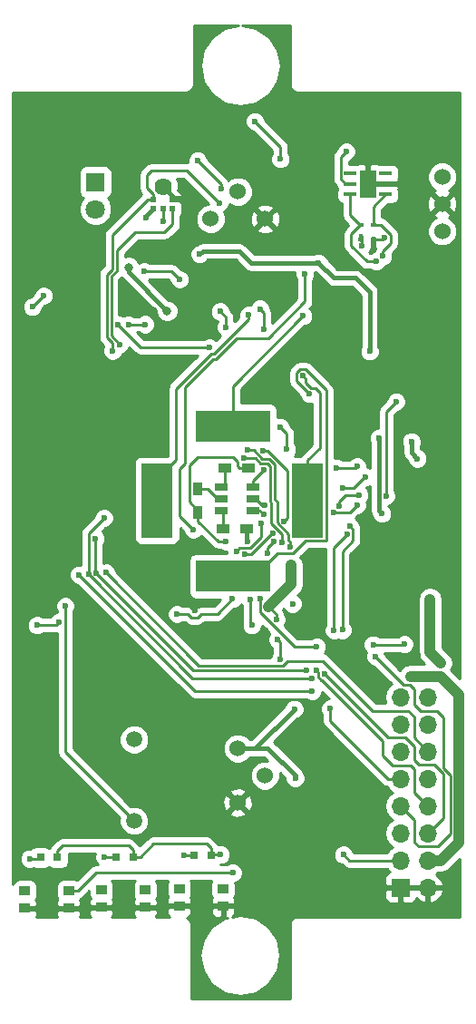
<source format=gbr>
G04 #@! TF.FileFunction,Copper,L1,Top,Signal*
%FSLAX46Y46*%
G04 Gerber Fmt 4.6, Leading zero omitted, Abs format (unit mm)*
G04 Created by KiCad (PCBNEW 4.0.7-e2-6376~58~ubuntu17.04.1) date Thu Oct 26 07:28:53 2017*
%MOMM*%
%LPD*%
G01*
G04 APERTURE LIST*
%ADD10C,0.100000*%
%ADD11R,1.800000X1.800000*%
%ADD12C,1.800000*%
%ADD13R,0.800000X0.800000*%
%ADD14C,1.500000*%
%ADD15C,1.524000*%
%ADD16R,0.600000X0.522000*%
%ADD17C,1.624000*%
%ADD18R,7.000000X3.000000*%
%ADD19R,3.000000X7.000000*%
%ADD20R,1.000000X0.900000*%
%ADD21R,1.200000X0.900000*%
%ADD22R,0.900000X1.200000*%
%ADD23R,1.250000X0.450000*%
%ADD24R,1.600000X2.500000*%
%ADD25R,1.300000X0.700000*%
%ADD26R,0.600000X0.450000*%
%ADD27R,0.450000X0.600000*%
%ADD28R,1.700000X1.700000*%
%ADD29O,1.700000X1.700000*%
%ADD30C,0.600000*%
%ADD31C,0.800000*%
%ADD32C,1.200000*%
%ADD33C,0.250000*%
%ADD34C,0.400000*%
%ADD35C,1.000000*%
%ADD36C,0.254000*%
G04 APERTURE END LIST*
D10*
D11*
X134150000Y-58310000D03*
D12*
X134150000Y-60850000D03*
D13*
X137680000Y-121310000D03*
X136080000Y-121310000D03*
D14*
X137750000Y-117950000D03*
X137750000Y-110350000D03*
D15*
X166520000Y-62900000D03*
X166520000Y-60360000D03*
X166520000Y-57820000D03*
D16*
X141350000Y-60790000D03*
X140450000Y-60790000D03*
X139550000Y-60790000D03*
X139550000Y-59970000D03*
X141350000Y-59970000D03*
D17*
X140450000Y-58720000D03*
D15*
X144910000Y-61765000D03*
X149990000Y-61765000D03*
X147450000Y-59225000D03*
X147425000Y-111175000D03*
X147425000Y-116255000D03*
X149965000Y-113715000D03*
D18*
X147000000Y-81100000D03*
D19*
X139900000Y-88020000D03*
D18*
X147000000Y-95120000D03*
D19*
X153950000Y-88020000D03*
D13*
X144975000Y-121150000D03*
X143375000Y-121150000D03*
X130610000Y-121370000D03*
X129010000Y-121370000D03*
D20*
X141970000Y-124300000D03*
X141970000Y-125900000D03*
X146070000Y-124300000D03*
X146070000Y-125900000D03*
X127540000Y-124490000D03*
X127540000Y-126090000D03*
X131640000Y-124490000D03*
X131640000Y-126090000D03*
X134700000Y-124410000D03*
X134700000Y-126010000D03*
X138800000Y-124410000D03*
X138800000Y-126010000D03*
D21*
X148270000Y-90690000D03*
X146070000Y-90690000D03*
D22*
X143730000Y-89120000D03*
X143730000Y-86920000D03*
D21*
X148450000Y-85000000D03*
X146250000Y-85000000D03*
D23*
X161240000Y-59480000D03*
X161240000Y-58480000D03*
X161240000Y-57480000D03*
X157940000Y-58480000D03*
X157940000Y-59480000D03*
X157940000Y-57480000D03*
D24*
X159590000Y-58480000D03*
D25*
X148850000Y-86750000D03*
X148840000Y-87850000D03*
X148830000Y-88950000D03*
X145890000Y-87850000D03*
X145900000Y-86750000D03*
X145880000Y-88950000D03*
D26*
X158920000Y-63680000D03*
X158920000Y-62330000D03*
X160120000Y-62330000D03*
X160120000Y-63680000D03*
D27*
X158920000Y-63380000D03*
D28*
X162660000Y-124180000D03*
D29*
X165200000Y-124180000D03*
X162660000Y-121640000D03*
X165200000Y-121640000D03*
X162660000Y-119100000D03*
X165200000Y-119100000D03*
X162660000Y-116560000D03*
X165200000Y-116560000D03*
X162660000Y-114020000D03*
X165200000Y-114020000D03*
X162660000Y-111480000D03*
X165200000Y-111480000D03*
X162660000Y-108940000D03*
X165200000Y-108940000D03*
X162660000Y-106400000D03*
X165200000Y-106400000D03*
D30*
X144870000Y-66960000D03*
X161100000Y-63520000D03*
X150043051Y-100156949D03*
X152720000Y-54760000D03*
X161060010Y-76570000D03*
X162374010Y-71870952D03*
X158400000Y-71030000D03*
X150660000Y-107440000D03*
X162250000Y-62170000D03*
X142900000Y-59760000D03*
X139580000Y-64470000D03*
X167360222Y-84625797D03*
D31*
X140760000Y-92630000D03*
X139610000Y-83080000D03*
D30*
X147608000Y-108554000D03*
X135028843Y-99292990D03*
X153050000Y-63480000D03*
X157880000Y-101480000D03*
X157890000Y-103680000D03*
X143400000Y-98340000D03*
X138470000Y-102840000D03*
X132091421Y-96759383D03*
X149140000Y-55490000D03*
D32*
X157180000Y-51990000D03*
D30*
X163690000Y-86790000D03*
X154230000Y-99790000D03*
X164300000Y-102410000D03*
D32*
X159480000Y-90170000D03*
D30*
X166590000Y-82540000D03*
X163500000Y-76250000D03*
X166490000Y-68860000D03*
X165340000Y-66490000D03*
X161970000Y-55270000D03*
D32*
X151100000Y-77080000D03*
D31*
X139580000Y-70340000D03*
X127580000Y-65360000D03*
D30*
X127490000Y-58010000D03*
X156120000Y-109940000D03*
X138830000Y-61640000D03*
X145880000Y-58910000D03*
X143700000Y-56290000D03*
D31*
X163550000Y-104450000D03*
D30*
X159030000Y-64270000D03*
X148390000Y-91860000D03*
X151060000Y-99160000D03*
X151139987Y-101024213D03*
X151410000Y-102850002D03*
X154970000Y-65860000D03*
X159750000Y-74120000D03*
X160600000Y-82240000D03*
X160900000Y-89270000D03*
X143880000Y-65040000D03*
X146360000Y-91860000D03*
D31*
X150339536Y-97948464D03*
D30*
X146950000Y-97230000D03*
X141766000Y-98648000D03*
D31*
X137224359Y-66268989D03*
X152434000Y-94076000D03*
D30*
X145840000Y-121090000D03*
X157310000Y-121110000D03*
X130710000Y-99435000D03*
X128690000Y-99690000D03*
X157580000Y-55460000D03*
D31*
X140850000Y-70340000D03*
D30*
X152720000Y-107510000D03*
X152800000Y-113950000D03*
X164210000Y-84140000D03*
X163659989Y-82530000D03*
X156402680Y-89181557D03*
X150725136Y-91128051D03*
X148116000Y-93075011D03*
X158575021Y-88488000D03*
X151420000Y-56170000D03*
X149020000Y-52630000D03*
X146350808Y-71855313D03*
X145785783Y-70389966D03*
X151775556Y-89984444D03*
X149824882Y-83411694D03*
X153704000Y-66898000D03*
X143290000Y-90774000D03*
X159360000Y-85890000D03*
X157260000Y-86850000D03*
X149630000Y-90140000D03*
X147300000Y-92800000D03*
X135010000Y-121340000D03*
X157634989Y-91192483D03*
X156390000Y-100150000D03*
X138800000Y-124410000D03*
X128260000Y-69950000D03*
X129320000Y-68930000D03*
X138718000Y-66644000D03*
X142020000Y-67406000D03*
X134700000Y-124410000D03*
D31*
X166400000Y-103230000D03*
X165400000Y-97250000D03*
D30*
X145700000Y-60260000D03*
X135750000Y-74070000D03*
X134950000Y-89670000D03*
X154341041Y-104649513D03*
X133495000Y-94900000D03*
X136410000Y-73455700D03*
X154390022Y-105799525D03*
X132610855Y-94967212D03*
X136210000Y-71620000D03*
X144810000Y-73760000D03*
X151370000Y-81170000D03*
X152020000Y-83270000D03*
X160980000Y-65219274D03*
X149500000Y-97180000D03*
X154820000Y-101680000D03*
X156050000Y-107480000D03*
X148740000Y-99680000D03*
X148610000Y-97319978D03*
X160360000Y-65730000D03*
X140440000Y-61990000D03*
X163000000Y-101450000D03*
X160080000Y-101480000D03*
X151608688Y-91908688D03*
X154825476Y-103923497D03*
X148038124Y-84098602D03*
X152560000Y-97680000D03*
X155510000Y-104260000D03*
X152310000Y-92390000D03*
X148310000Y-83350000D03*
X149983017Y-88453796D03*
X149890000Y-89360000D03*
X149910000Y-85140000D03*
X154120526Y-78081825D03*
X153540000Y-70820000D03*
X147000000Y-81100000D03*
X153510000Y-76374990D03*
X149851985Y-72021985D03*
X149500556Y-70150556D03*
X148440000Y-70690000D03*
X156865342Y-88591251D03*
X150224146Y-92950389D03*
X150784657Y-91875697D03*
X158800000Y-87540000D03*
X127540000Y-124490000D03*
X160300000Y-102620000D03*
X157200000Y-100120000D03*
X157910000Y-90450000D03*
X158600000Y-84830000D03*
X156690000Y-85010000D03*
X146960000Y-122790000D03*
X131640000Y-124490000D03*
X141970000Y-124300000D03*
X146070000Y-124300000D03*
X142410000Y-121190000D03*
X128000000Y-121480000D03*
X131325102Y-97895010D03*
X161300000Y-87610000D03*
X162230000Y-78810000D03*
X135150000Y-94770000D03*
X153870826Y-103891292D03*
X134242858Y-94843202D03*
X134150000Y-91600000D03*
X137240000Y-71630000D03*
X138770000Y-71590000D03*
D33*
X160120000Y-63680000D02*
X160940000Y-63680000D01*
X160940000Y-63680000D02*
X161100000Y-63520000D01*
D34*
X142900000Y-59760000D02*
X141490000Y-59760000D01*
X141490000Y-59760000D02*
X140450000Y-58720000D01*
X141350000Y-59970000D02*
X142690000Y-59970000D01*
X142690000Y-59970000D02*
X142900000Y-59760000D01*
X143400000Y-98340000D02*
X140760000Y-95700000D01*
X140760000Y-95700000D02*
X140760000Y-92630000D01*
X138830000Y-61640000D02*
X138830000Y-61510000D01*
X138830000Y-61510000D02*
X139550000Y-60790000D01*
D33*
X143700000Y-56290000D02*
X145880000Y-58470000D01*
X145880000Y-58470000D02*
X145880000Y-58910000D01*
D35*
X166346031Y-104450000D02*
X163550000Y-104450000D01*
X168105011Y-106208980D02*
X166346031Y-104450000D01*
X168105011Y-119937070D02*
X168105011Y-106208980D01*
X166402081Y-121640000D02*
X168105011Y-119937070D01*
X165200000Y-121640000D02*
X166402081Y-121640000D01*
D33*
X159030000Y-64270000D02*
X159030000Y-63790000D01*
X159030000Y-63790000D02*
X158920000Y-63680000D01*
D34*
X158920000Y-63380000D02*
X158920000Y-63680000D01*
X148270000Y-90690000D02*
X148270000Y-91740000D01*
X148270000Y-91740000D02*
X148390000Y-91860000D01*
D33*
X151060000Y-99160000D02*
X151060000Y-98668928D01*
X151060000Y-98668928D02*
X150339536Y-97948464D01*
X151410000Y-102850002D02*
X151410000Y-101294226D01*
X151410000Y-101294226D02*
X151139987Y-101024213D01*
D34*
X148680000Y-65860000D02*
X154970000Y-65860000D01*
X158450000Y-67270000D02*
X156380000Y-67270000D01*
X156380000Y-67270000D02*
X154970000Y-65860000D01*
X159750000Y-74120000D02*
X159750000Y-68570000D01*
X159750000Y-68570000D02*
X158450000Y-67270000D01*
X160900000Y-89270000D02*
X160600000Y-88970000D01*
X160600000Y-88970000D02*
X160600000Y-82240000D01*
X147560001Y-64740001D02*
X148680000Y-65860000D01*
X144179999Y-64740001D02*
X147560001Y-64740001D01*
X143880000Y-65040000D02*
X144179999Y-64740001D01*
D33*
X143730000Y-89120000D02*
X143730000Y-89970000D01*
X145620000Y-91860000D02*
X146360000Y-91860000D01*
X143730000Y-89970000D02*
X145620000Y-91860000D01*
X143730000Y-89120000D02*
X143730000Y-88970000D01*
X143730000Y-88970000D02*
X142924999Y-88164999D01*
X142924999Y-88164999D02*
X142924999Y-84755001D01*
X142924999Y-84755001D02*
X143720000Y-83960000D01*
X143720000Y-83960000D02*
X147010000Y-83960000D01*
X147010000Y-83960000D02*
X147450000Y-84400000D01*
X147450000Y-84400000D02*
X147450000Y-84850000D01*
X147450000Y-84850000D02*
X147600000Y-85000000D01*
X147600000Y-85000000D02*
X148450000Y-85000000D01*
X148450000Y-85000000D02*
X148600000Y-85000000D01*
D35*
X152434000Y-94076000D02*
X152434000Y-95854000D01*
X152434000Y-95854000D02*
X150339536Y-97948464D01*
D33*
X145532000Y-98648000D02*
X146950000Y-97230000D01*
X144017002Y-98648000D02*
X145532000Y-98648000D01*
X141766000Y-98648000D02*
X142782998Y-98648000D01*
X142782998Y-98648000D02*
X143099999Y-98965001D01*
X143099999Y-98965001D02*
X143700001Y-98965001D01*
X143700001Y-98965001D02*
X144017002Y-98648000D01*
D34*
X140850000Y-70340000D02*
X137224359Y-66714359D01*
X137224359Y-66714359D02*
X137224359Y-66268989D01*
D33*
X145840000Y-121090000D02*
X145035000Y-121090000D01*
X145035000Y-121090000D02*
X144975000Y-121150000D01*
X162660000Y-121640000D02*
X157840000Y-121640000D01*
X157840000Y-121640000D02*
X157310000Y-121110000D01*
X144535000Y-120060000D02*
X139580000Y-120060000D01*
X139580000Y-120060000D02*
X138330000Y-121310000D01*
X138330000Y-121310000D02*
X137680000Y-121310000D01*
X144975000Y-121150000D02*
X144975000Y-120500000D01*
X144975000Y-120500000D02*
X144535000Y-120060000D01*
X131090000Y-120240000D02*
X137260000Y-120240000D01*
X137260000Y-120240000D02*
X137680000Y-120660000D01*
X137680000Y-120660000D02*
X137680000Y-121310000D01*
X130610000Y-121370000D02*
X130610000Y-120720000D01*
X130610000Y-120720000D02*
X131090000Y-120240000D01*
X128690000Y-99690000D02*
X130455000Y-99690000D01*
X130455000Y-99690000D02*
X130710000Y-99435000D01*
X157450000Y-58390000D02*
X157039999Y-57979999D01*
X157039999Y-57979999D02*
X157039999Y-56000001D01*
X157039999Y-56000001D02*
X157580000Y-55460000D01*
X157940000Y-58480000D02*
X157540000Y-58480000D01*
X157540000Y-58480000D02*
X157450000Y-58390000D01*
D34*
X152800000Y-113950000D02*
X152800000Y-113750000D01*
X152800000Y-113750000D02*
X150225000Y-111175000D01*
X150225000Y-111175000D02*
X149055000Y-111175000D01*
X152720000Y-107510000D02*
X149055000Y-111175000D01*
X149055000Y-111175000D02*
X147425000Y-111175000D01*
X163659989Y-82530000D02*
X163659989Y-83589989D01*
X163659989Y-83589989D02*
X164210000Y-84140000D01*
D33*
X157881464Y-89181557D02*
X156402680Y-89181557D01*
X158575021Y-88488000D02*
X157881464Y-89181557D01*
X150665136Y-91128051D02*
X150725136Y-91128051D01*
X148116000Y-93075011D02*
X148718176Y-93075011D01*
X148718176Y-93075011D02*
X150665136Y-91128051D01*
X149020000Y-52630000D02*
X151420000Y-55030000D01*
X151420000Y-55030000D02*
X151420000Y-56170000D01*
X146350808Y-70954991D02*
X145785783Y-70389966D01*
X146350808Y-71855313D02*
X146350808Y-70954991D01*
X152075555Y-89684445D02*
X151775556Y-89984444D01*
X152075555Y-85238103D02*
X152075555Y-89684445D01*
X149824882Y-83411694D02*
X150249146Y-83411694D01*
X150249146Y-83411694D02*
X152075555Y-85238103D01*
X143290000Y-90774000D02*
X142009991Y-89493991D01*
X142009991Y-89493991D02*
X142009991Y-85104309D01*
X142009991Y-85104309D02*
X142528000Y-84586300D01*
X142528000Y-84586300D02*
X142528000Y-77432000D01*
X142528000Y-77432000D02*
X145100000Y-74860000D01*
X145100000Y-74860000D02*
X145400000Y-74860000D01*
X150270000Y-72900000D02*
X153704000Y-69466000D01*
X145400000Y-74860000D02*
X147360000Y-72900000D01*
X147360000Y-72900000D02*
X150270000Y-72900000D01*
X153704000Y-69466000D02*
X153704000Y-66898000D01*
X158280000Y-86850000D02*
X159240000Y-85890000D01*
X159240000Y-85890000D02*
X159360000Y-85890000D01*
X157260000Y-86850000D02*
X158280000Y-86850000D01*
X149660000Y-91480000D02*
X149660000Y-90170000D01*
X149660000Y-90170000D02*
X149630000Y-90140000D01*
X148639999Y-92500001D02*
X149660000Y-91480000D01*
X147599999Y-92500001D02*
X148639999Y-92500001D01*
X147300000Y-92800000D02*
X147599999Y-92500001D01*
X135010000Y-121340000D02*
X136050000Y-121340000D01*
X136050000Y-121340000D02*
X136080000Y-121310000D01*
X156390000Y-92437472D02*
X157634989Y-91192483D01*
X156390000Y-100150000D02*
X156390000Y-92437472D01*
X129320000Y-68930000D02*
X129280000Y-68930000D01*
X129280000Y-68930000D02*
X128260000Y-69950000D01*
X142020000Y-67406000D02*
X141258000Y-66644000D01*
X141258000Y-66644000D02*
X138718000Y-66644000D01*
D35*
X165400000Y-97250000D02*
X165400000Y-102230000D01*
X165400000Y-102230000D02*
X166400000Y-103230000D01*
X165400000Y-106200000D02*
X165200000Y-106400000D01*
D33*
X139350000Y-57240000D02*
X142680000Y-57240000D01*
X142680000Y-57240000D02*
X145700000Y-60260000D01*
X139550000Y-59970000D02*
X139550000Y-59459000D01*
X138940000Y-57650000D02*
X139350000Y-57240000D01*
X139550000Y-59459000D02*
X138940000Y-58849000D01*
X138940000Y-58849000D02*
X138940000Y-57650000D01*
X135750000Y-74070000D02*
X135750000Y-73645736D01*
X135750000Y-73645736D02*
X135710000Y-73605736D01*
X135710000Y-73605736D02*
X135710000Y-73321400D01*
X133495000Y-91125000D02*
X134950000Y-89670000D01*
X133495000Y-91125000D02*
X133495000Y-94900000D01*
X135710000Y-66458600D02*
X135209980Y-66958620D01*
X135209980Y-72821380D02*
X135710000Y-73321400D01*
X139000000Y-59970000D02*
X135710000Y-63260000D01*
X135209980Y-66958620D02*
X135209980Y-72821380D01*
X135710000Y-63260000D02*
X135710000Y-66458600D01*
X143201780Y-104649513D02*
X154341041Y-104649513D01*
X133495000Y-94900000D02*
X133495000Y-94942733D01*
X133495000Y-94942733D02*
X143201780Y-104649513D01*
X139550000Y-59970000D02*
X139000000Y-59970000D01*
X135609991Y-67124309D02*
X135609991Y-72655691D01*
X140600000Y-63000000D02*
X137890000Y-63000000D01*
X141350000Y-62250000D02*
X140600000Y-63000000D01*
X136164309Y-64725691D02*
X136164309Y-66569991D01*
X141350000Y-60790000D02*
X141350000Y-62250000D01*
X135609991Y-72655691D02*
X136410000Y-73455700D01*
X136164309Y-66569991D02*
X135609991Y-67124309D01*
X137890000Y-63000000D02*
X136164309Y-64725691D01*
X143443168Y-105799525D02*
X154390022Y-105799525D01*
X132610855Y-94967212D02*
X143443168Y-105799525D01*
X138350000Y-73760000D02*
X136210000Y-71620000D01*
X144810000Y-73760000D02*
X138350000Y-73760000D01*
X152020000Y-83270000D02*
X152020000Y-81820000D01*
X152020000Y-81820000D02*
X151370000Y-81170000D01*
X160120000Y-62330000D02*
X160835004Y-62330000D01*
X160835004Y-62330000D02*
X161725002Y-63219998D01*
X161725002Y-63219998D02*
X161725002Y-64050008D01*
X161725002Y-64050008D02*
X160980000Y-64795010D01*
X160980000Y-64795010D02*
X160980000Y-65219274D01*
X149500000Y-98448996D02*
X152731004Y-101680000D01*
X149500000Y-97180000D02*
X149500000Y-98448996D01*
X152731004Y-101680000D02*
X154820000Y-101680000D01*
X160120000Y-62330000D02*
X160120000Y-60600000D01*
X160120000Y-60600000D02*
X161240000Y-59480000D01*
X156050000Y-107904264D02*
X156050000Y-107480000D01*
X156050000Y-108612081D02*
X156050000Y-107904264D01*
X161457919Y-114020000D02*
X156050000Y-108612081D01*
X162660000Y-114020000D02*
X161457919Y-114020000D01*
X158000000Y-64240000D02*
X158000000Y-63175000D01*
X160360000Y-65730000D02*
X159490000Y-65730000D01*
X159490000Y-65730000D02*
X158000000Y-64240000D01*
X158000000Y-63175000D02*
X158845000Y-62330000D01*
X162590000Y-114020000D02*
X162660000Y-114020000D01*
X148610000Y-97319978D02*
X148610000Y-99550000D01*
X148610000Y-99550000D02*
X148740000Y-99680000D01*
X157940000Y-59480000D02*
X157940000Y-61425000D01*
X157940000Y-61425000D02*
X158845000Y-62330000D01*
X158845000Y-62330000D02*
X158920000Y-62330000D01*
X146070000Y-90690000D02*
X146070000Y-89140000D01*
X146070000Y-89140000D02*
X145880000Y-88950000D01*
X140450000Y-60790000D02*
X140450000Y-61980000D01*
X140450000Y-61980000D02*
X140440000Y-61990000D01*
X143730000Y-86920000D02*
X144660000Y-86920000D01*
X144660000Y-86920000D02*
X145590000Y-87850000D01*
X145590000Y-87850000D02*
X145890000Y-87850000D01*
X146250000Y-85000000D02*
X146250000Y-86400000D01*
X146250000Y-86400000D02*
X145900000Y-86750000D01*
X160080000Y-101480000D02*
X162970000Y-101480000D01*
X162970000Y-101480000D02*
X163000000Y-101450000D01*
X163920000Y-113100000D02*
X163920000Y-115280000D01*
X163920000Y-115280000D02*
X165200000Y-116560000D01*
X163570000Y-112750000D02*
X163920000Y-113100000D01*
X161860000Y-112750000D02*
X163570000Y-112750000D01*
X160970000Y-111860000D02*
X161860000Y-112750000D01*
X160970000Y-110510000D02*
X160970000Y-111860000D01*
X155265001Y-104805001D02*
X160970000Y-110510000D01*
X155233999Y-104805001D02*
X155265001Y-104805001D01*
X150594987Y-90182763D02*
X151608688Y-91196464D01*
X149529298Y-84554998D02*
X150176002Y-84554998D01*
X149072902Y-84098602D02*
X149529298Y-84554998D01*
X148038124Y-84098602D02*
X149072902Y-84098602D01*
X150594987Y-88223983D02*
X150594987Y-90182763D01*
X150485002Y-88113998D02*
X150594987Y-88223983D01*
X150485002Y-84863998D02*
X150485002Y-88113998D01*
X150176002Y-84554998D02*
X150485002Y-84863998D01*
X151608688Y-91196464D02*
X151608688Y-91908688D01*
X155290737Y-104805001D02*
X155233999Y-104805001D01*
X155233999Y-104805001D02*
X154934999Y-104506001D01*
X154934999Y-104506001D02*
X154934999Y-104033020D01*
X154934999Y-104033020D02*
X154825476Y-103923497D01*
X155510000Y-104260000D02*
X161440000Y-110190000D01*
X164350000Y-112730000D02*
X165800000Y-112730000D01*
X161440000Y-110190000D02*
X163090000Y-110190000D01*
X163090000Y-110190000D02*
X163930000Y-111030000D01*
X163930000Y-111030000D02*
X163930000Y-112310000D01*
X163930000Y-112310000D02*
X164350000Y-112730000D01*
X165800000Y-112730000D02*
X166610000Y-113540000D01*
X166610000Y-113540000D02*
X166610000Y-117690000D01*
X166610000Y-117690000D02*
X165200000Y-119100000D01*
X151104998Y-88168294D02*
X151104998Y-90127074D01*
X152174999Y-91197075D02*
X152174999Y-91740001D01*
X150885013Y-87948309D02*
X151104998Y-88168294D01*
X152310000Y-91875002D02*
X152310000Y-92390000D01*
X152174999Y-91740001D02*
X152310000Y-91875002D01*
X148910702Y-83350000D02*
X149715689Y-84154987D01*
X151104998Y-90127074D02*
X152174999Y-91197075D01*
X150885013Y-84698309D02*
X150885013Y-87948309D01*
X150341691Y-84154987D02*
X150885013Y-84698309D01*
X149715689Y-84154987D02*
X150341691Y-84154987D01*
X148310000Y-83350000D02*
X148910702Y-83350000D01*
X148840000Y-87850000D02*
X149140000Y-87850000D01*
X149743796Y-88453796D02*
X149983017Y-88453796D01*
X149140000Y-87850000D02*
X149743796Y-88453796D01*
X148830000Y-88950000D02*
X149480000Y-88950000D01*
X149480000Y-88950000D02*
X149890000Y-89360000D01*
X148850000Y-86750000D02*
X148850000Y-86200000D01*
X148850000Y-86200000D02*
X149910000Y-85140000D01*
X153786001Y-75799989D02*
X153233999Y-75799989D01*
X153233999Y-75799989D02*
X152934999Y-76098989D01*
X155725001Y-91740001D02*
X155725001Y-77738989D01*
X155725001Y-77738989D02*
X153786001Y-75799989D01*
X152934999Y-76098989D02*
X152934999Y-76896298D01*
X152934999Y-76896298D02*
X154120526Y-78081825D01*
X155670001Y-91795001D02*
X155725001Y-91740001D01*
X152586002Y-92965002D02*
X153756003Y-91795001D01*
X153756003Y-91795001D02*
X155670001Y-91795001D01*
X147000000Y-95120000D02*
X149000000Y-95120000D01*
X149000000Y-95120000D02*
X151154998Y-92965002D01*
X151154998Y-92965002D02*
X152586002Y-92965002D01*
X147000000Y-81100000D02*
X147000000Y-77360000D01*
X147000000Y-77360000D02*
X153540000Y-70820000D01*
X155110000Y-83110000D02*
X155110000Y-77974990D01*
X155110000Y-77974990D02*
X154660011Y-77525001D01*
X153809999Y-76674989D02*
X153510000Y-76374990D01*
X154660011Y-77525001D02*
X154263999Y-77525001D01*
X153950000Y-84270000D02*
X155110000Y-83110000D01*
X154263999Y-77525001D02*
X153809999Y-77071001D01*
X153950000Y-88020000D02*
X153950000Y-84270000D01*
X153809999Y-77071001D02*
X153809999Y-76674989D01*
X149851985Y-70501985D02*
X149851985Y-72021985D01*
X149500556Y-70150556D02*
X149851985Y-70501985D01*
X141650000Y-77629000D02*
X144943999Y-74335001D01*
X139900000Y-86020000D02*
X141650000Y-84270000D01*
X148440000Y-71114264D02*
X148440000Y-70690000D01*
X139900000Y-88020000D02*
X139900000Y-86020000D01*
X141650000Y-84270000D02*
X141650000Y-77629000D01*
X145219263Y-74335001D02*
X148440000Y-71114264D01*
X144943999Y-74335001D02*
X145219263Y-74335001D01*
X156864979Y-88172402D02*
X156864979Y-88590888D01*
X156864979Y-88590888D02*
X156865342Y-88591251D01*
X158800000Y-87540000D02*
X157497381Y-87540000D01*
X157497381Y-87540000D02*
X156864979Y-88172402D01*
X150224146Y-92436208D02*
X150224146Y-92950389D01*
X150784657Y-91875697D02*
X150224146Y-92436208D01*
X160599999Y-102919999D02*
X160300000Y-102620000D01*
X162905010Y-105225010D02*
X160599999Y-102919999D01*
X166640000Y-108270000D02*
X166060000Y-107690000D01*
X166060000Y-107690000D02*
X164510000Y-107690000D01*
X163930000Y-106795002D02*
X163930000Y-105650000D01*
X163505010Y-105225010D02*
X162905010Y-105225010D01*
X166640000Y-113004300D02*
X166640000Y-108270000D01*
X164510000Y-107690000D02*
X163940000Y-107120000D01*
X163940000Y-107120000D02*
X163940000Y-106805002D01*
X167330000Y-113694300D02*
X166640000Y-113004300D01*
X166150000Y-120350000D02*
X167330000Y-119170000D01*
X163940000Y-119960000D02*
X164330000Y-120350000D01*
X164330000Y-120350000D02*
X166150000Y-120350000D01*
X163940000Y-117840000D02*
X163940000Y-119960000D01*
X167330000Y-119170000D02*
X167330000Y-113694300D01*
X163940000Y-106805002D02*
X163930000Y-106795002D01*
X162660000Y-116560000D02*
X163940000Y-117840000D01*
X163930000Y-105650000D02*
X163505010Y-105225010D01*
X158209999Y-91750001D02*
X157200000Y-92760000D01*
X157200000Y-92760000D02*
X157200000Y-100120000D01*
X157910000Y-90450000D02*
X158209999Y-90749999D01*
X158209999Y-90749999D02*
X158209999Y-91750001D01*
X156690000Y-85010000D02*
X158420000Y-85010000D01*
X158420000Y-85010000D02*
X158600000Y-84830000D01*
X146960000Y-122790000D02*
X134180000Y-122790000D01*
X134180000Y-122790000D02*
X132480000Y-124490000D01*
X132480000Y-124490000D02*
X131640000Y-124490000D01*
X142410000Y-121190000D02*
X143335000Y-121190000D01*
X143335000Y-121190000D02*
X143375000Y-121150000D01*
X128000000Y-121480000D02*
X128900000Y-121480000D01*
X128900000Y-121480000D02*
X129010000Y-121370000D01*
X131325102Y-111525102D02*
X131325102Y-97895010D01*
X137750000Y-117950000D02*
X131325102Y-111525102D01*
X162230000Y-78810000D02*
X161300000Y-79740000D01*
X161300000Y-79740000D02*
X161300000Y-87610000D01*
X143805003Y-103425003D02*
X151686001Y-103425003D01*
X152094713Y-103016291D02*
X155366291Y-103016291D01*
X163910000Y-108210000D02*
X163910000Y-110190000D01*
X135150000Y-94770000D02*
X143805003Y-103425003D01*
X151686001Y-103425003D02*
X152094713Y-103016291D01*
X155366291Y-103016291D02*
X160020000Y-107670000D01*
X163910000Y-110190000D02*
X165200000Y-111480000D01*
X160020000Y-107670000D02*
X163370000Y-107670000D01*
X163370000Y-107670000D02*
X163910000Y-108210000D01*
X143290948Y-103891292D02*
X153870826Y-103891292D01*
X134242858Y-94843202D02*
X143290948Y-103891292D01*
X134150000Y-91600000D02*
X134150000Y-94750344D01*
X134150000Y-94750344D02*
X134242858Y-94843202D01*
X138770000Y-71590000D02*
X137280000Y-71590000D01*
X137280000Y-71590000D02*
X137240000Y-71630000D01*
D36*
G36*
X146241861Y-43976602D02*
X145019250Y-44793524D01*
X144202328Y-46016135D01*
X143915463Y-47458302D01*
X144202328Y-48900469D01*
X145019250Y-50123080D01*
X146241861Y-50940002D01*
X147684028Y-51226867D01*
X149126195Y-50940002D01*
X150348806Y-50123080D01*
X151165728Y-48900469D01*
X151452593Y-47458302D01*
X151165728Y-46016135D01*
X150348806Y-44793524D01*
X149126195Y-43976602D01*
X147852771Y-43723302D01*
X152308028Y-43723302D01*
X152308028Y-49236302D01*
X152362074Y-49508007D01*
X152515982Y-49738348D01*
X152746323Y-49892256D01*
X153018028Y-49946302D01*
X168183028Y-49946302D01*
X168183028Y-104681865D01*
X167335212Y-103834049D01*
X167448604Y-103664346D01*
X167535000Y-103230000D01*
X167448604Y-102795655D01*
X167202567Y-102427434D01*
X166535000Y-101759868D01*
X166535000Y-97250000D01*
X166448603Y-96815654D01*
X166202566Y-96447434D01*
X165834346Y-96201397D01*
X165400000Y-96115000D01*
X164965654Y-96201397D01*
X164597434Y-96447434D01*
X164351397Y-96815654D01*
X164265000Y-97250000D01*
X164265000Y-102230000D01*
X164351397Y-102664346D01*
X164475449Y-102850002D01*
X164597434Y-103032566D01*
X164879868Y-103315000D01*
X163550000Y-103315000D01*
X163115654Y-103401397D01*
X162747434Y-103647434D01*
X162609167Y-103854365D01*
X161235122Y-102480320D01*
X161235162Y-102434833D01*
X161154659Y-102240000D01*
X162467485Y-102240000D01*
X162469673Y-102242192D01*
X162813201Y-102384838D01*
X163185167Y-102385162D01*
X163528943Y-102243117D01*
X163792192Y-101980327D01*
X163934838Y-101636799D01*
X163935162Y-101264833D01*
X163793117Y-100921057D01*
X163530327Y-100657808D01*
X163186799Y-100515162D01*
X162814833Y-100514838D01*
X162471057Y-100656883D01*
X162407830Y-100720000D01*
X160642463Y-100720000D01*
X160610327Y-100687808D01*
X160266799Y-100545162D01*
X159894833Y-100544838D01*
X159551057Y-100686883D01*
X159287808Y-100949673D01*
X159145162Y-101293201D01*
X159144838Y-101665167D01*
X159286883Y-102008943D01*
X159466582Y-102188956D01*
X159365162Y-102433201D01*
X159364838Y-102805167D01*
X159506883Y-103148943D01*
X159769673Y-103412192D01*
X160113201Y-103554838D01*
X160160077Y-103554879D01*
X161805224Y-105200026D01*
X161580853Y-105349946D01*
X161258946Y-105831715D01*
X161145907Y-106400000D01*
X161247352Y-106910000D01*
X160334802Y-106910000D01*
X155903692Y-102478890D01*
X155657130Y-102314143D01*
X155532941Y-102289440D01*
X155612192Y-102210327D01*
X155754838Y-101866799D01*
X155755162Y-101494833D01*
X155613117Y-101151057D01*
X155350327Y-100887808D01*
X155006799Y-100745162D01*
X154634833Y-100744838D01*
X154291057Y-100886883D01*
X154257882Y-100920000D01*
X153045806Y-100920000D01*
X151834147Y-99708341D01*
X151852192Y-99690327D01*
X151994838Y-99346799D01*
X151995162Y-98974833D01*
X151853117Y-98631057D01*
X151802351Y-98580203D01*
X151762148Y-98378089D01*
X151663172Y-98229960D01*
X151742705Y-98150427D01*
X151766883Y-98208943D01*
X152029673Y-98472192D01*
X152373201Y-98614838D01*
X152745167Y-98615162D01*
X153088943Y-98473117D01*
X153352192Y-98210327D01*
X153494838Y-97866799D01*
X153495162Y-97494833D01*
X153353117Y-97151057D01*
X153090327Y-96887808D01*
X153030264Y-96862868D01*
X153236566Y-96656566D01*
X153482603Y-96288346D01*
X153491257Y-96244838D01*
X153569000Y-95854000D01*
X153569000Y-94076000D01*
X153482603Y-93641654D01*
X153282951Y-93342855D01*
X154070805Y-92555001D01*
X155630000Y-92555001D01*
X155630000Y-99587537D01*
X155597808Y-99619673D01*
X155455162Y-99963201D01*
X155454838Y-100335167D01*
X155596883Y-100678943D01*
X155859673Y-100942192D01*
X156203201Y-101084838D01*
X156575167Y-101085162D01*
X156831330Y-100979318D01*
X157013201Y-101054838D01*
X157385167Y-101055162D01*
X157728943Y-100913117D01*
X157992192Y-100650327D01*
X158134838Y-100306799D01*
X158135162Y-99934833D01*
X157993117Y-99591057D01*
X157960000Y-99557882D01*
X157960000Y-93074802D01*
X158747400Y-92287402D01*
X158912147Y-92040841D01*
X158969999Y-91750001D01*
X158969999Y-90749999D01*
X158912147Y-90459160D01*
X158845080Y-90358787D01*
X158845162Y-90264833D01*
X158703117Y-89921057D01*
X158460154Y-89677669D01*
X158714701Y-89423122D01*
X158760188Y-89423162D01*
X159103964Y-89281117D01*
X159367213Y-89018327D01*
X159509859Y-88674799D01*
X159510183Y-88302833D01*
X159466116Y-88196183D01*
X159592192Y-88070327D01*
X159734838Y-87726799D01*
X159735162Y-87354833D01*
X159593117Y-87011057D01*
X159407426Y-86825042D01*
X159545167Y-86825162D01*
X159765000Y-86734329D01*
X159765000Y-88970000D01*
X159828561Y-89289541D01*
X159979100Y-89514838D01*
X160006336Y-89555600D01*
X160106883Y-89798943D01*
X160369673Y-90062192D01*
X160713201Y-90204838D01*
X161085167Y-90205162D01*
X161428943Y-90063117D01*
X161692192Y-89800327D01*
X161834838Y-89456799D01*
X161835162Y-89084833D01*
X161693117Y-88741057D01*
X161493944Y-88541536D01*
X161828943Y-88403117D01*
X162092192Y-88140327D01*
X162234838Y-87796799D01*
X162235162Y-87424833D01*
X162093117Y-87081057D01*
X162060000Y-87047882D01*
X162060000Y-82715167D01*
X162724827Y-82715167D01*
X162824989Y-82957578D01*
X162824989Y-83589989D01*
X162888550Y-83909530D01*
X163057145Y-84161850D01*
X163069555Y-84180423D01*
X163317465Y-84428333D01*
X163416883Y-84668943D01*
X163679673Y-84932192D01*
X164023201Y-85074838D01*
X164395167Y-85075162D01*
X164738943Y-84933117D01*
X165002192Y-84670327D01*
X165144838Y-84326799D01*
X165145162Y-83954833D01*
X165003117Y-83611057D01*
X164740327Y-83347808D01*
X164498090Y-83247222D01*
X164494989Y-83244121D01*
X164494989Y-82957234D01*
X164594827Y-82716799D01*
X164595151Y-82344833D01*
X164453106Y-82001057D01*
X164190316Y-81737808D01*
X163846788Y-81595162D01*
X163474822Y-81594838D01*
X163131046Y-81736883D01*
X162867797Y-81999673D01*
X162725151Y-82343201D01*
X162724827Y-82715167D01*
X162060000Y-82715167D01*
X162060000Y-80054802D01*
X162369680Y-79745122D01*
X162415167Y-79745162D01*
X162758943Y-79603117D01*
X163022192Y-79340327D01*
X163164838Y-78996799D01*
X163165162Y-78624833D01*
X163023117Y-78281057D01*
X162760327Y-78017808D01*
X162416799Y-77875162D01*
X162044833Y-77874838D01*
X161701057Y-78016883D01*
X161437808Y-78279673D01*
X161295162Y-78623201D01*
X161295121Y-78670077D01*
X160762599Y-79202599D01*
X160597852Y-79449161D01*
X160540000Y-79740000D01*
X160540000Y-81304947D01*
X160414833Y-81304838D01*
X160071057Y-81446883D01*
X159807808Y-81709673D01*
X159665162Y-82053201D01*
X159664838Y-82425167D01*
X159765000Y-82667578D01*
X159765000Y-85045767D01*
X159546799Y-84955162D01*
X159534892Y-84955152D01*
X159535162Y-84644833D01*
X159393117Y-84301057D01*
X159130327Y-84037808D01*
X158786799Y-83895162D01*
X158414833Y-83894838D01*
X158071057Y-84036883D01*
X157857568Y-84250000D01*
X157252463Y-84250000D01*
X157220327Y-84217808D01*
X156876799Y-84075162D01*
X156504833Y-84074838D01*
X156485001Y-84083032D01*
X156485001Y-77738989D01*
X156427149Y-77448150D01*
X156262402Y-77201588D01*
X154323402Y-75262588D01*
X154076840Y-75097841D01*
X153786001Y-75039989D01*
X153233999Y-75039989D01*
X152943160Y-75097841D01*
X152696598Y-75262588D01*
X152397598Y-75561588D01*
X152232851Y-75808150D01*
X152174999Y-76098989D01*
X152174999Y-76896298D01*
X152232851Y-77187137D01*
X152397598Y-77433699D01*
X153185404Y-78221505D01*
X153185364Y-78266992D01*
X153327409Y-78610768D01*
X153590199Y-78874017D01*
X153933727Y-79016663D01*
X154305693Y-79016987D01*
X154350000Y-78998680D01*
X154350000Y-82795198D01*
X153412599Y-83732599D01*
X153319080Y-83872560D01*
X152739833Y-83872560D01*
X152812192Y-83800327D01*
X152954838Y-83456799D01*
X152955162Y-83084833D01*
X152813117Y-82741057D01*
X152780000Y-82707882D01*
X152780000Y-81820000D01*
X152722148Y-81529161D01*
X152557401Y-81282599D01*
X152305122Y-81030320D01*
X152305162Y-80984833D01*
X152163117Y-80641057D01*
X151900327Y-80377808D01*
X151556799Y-80235162D01*
X151184833Y-80234838D01*
X151147440Y-80250288D01*
X151147440Y-79600000D01*
X151103162Y-79364683D01*
X150964090Y-79148559D01*
X150751890Y-79003569D01*
X150500000Y-78952560D01*
X147760000Y-78952560D01*
X147760000Y-77674802D01*
X153679680Y-71755122D01*
X153725167Y-71755162D01*
X154068943Y-71613117D01*
X154332192Y-71350327D01*
X154474838Y-71006799D01*
X154475162Y-70634833D01*
X154333117Y-70291057D01*
X154143597Y-70101205D01*
X154241401Y-70003401D01*
X154406148Y-69756840D01*
X154464000Y-69466000D01*
X154464000Y-67460463D01*
X154496192Y-67428327D01*
X154638838Y-67084799D01*
X154639143Y-66735019D01*
X154681910Y-66752778D01*
X155789566Y-67860434D01*
X156060459Y-68041439D01*
X156380000Y-68105000D01*
X158104132Y-68105000D01*
X158915000Y-68915868D01*
X158915000Y-73692766D01*
X158815162Y-73933201D01*
X158814838Y-74305167D01*
X158956883Y-74648943D01*
X159219673Y-74912192D01*
X159563201Y-75054838D01*
X159935167Y-75055162D01*
X160278943Y-74913117D01*
X160542192Y-74650327D01*
X160684838Y-74306799D01*
X160685162Y-73934833D01*
X160585000Y-73692422D01*
X160585000Y-68570000D01*
X160549713Y-68392599D01*
X160521440Y-68250460D01*
X160340434Y-67979566D01*
X159040434Y-66679566D01*
X158769541Y-66498561D01*
X158450000Y-66435000D01*
X156725868Y-66435000D01*
X155862535Y-65571667D01*
X155763117Y-65331057D01*
X155500327Y-65067808D01*
X155156799Y-64925162D01*
X154784833Y-64924838D01*
X154542422Y-65025000D01*
X149025868Y-65025000D01*
X148150435Y-64149567D01*
X148136591Y-64140317D01*
X147879542Y-63968562D01*
X147560001Y-63905001D01*
X144179999Y-63905001D01*
X143860459Y-63968561D01*
X143594401Y-64146335D01*
X143351057Y-64246883D01*
X143087808Y-64509673D01*
X142945162Y-64853201D01*
X142944838Y-65225167D01*
X143086883Y-65568943D01*
X143349673Y-65832192D01*
X143693201Y-65974838D01*
X144065167Y-65975162D01*
X144408943Y-65833117D01*
X144667510Y-65575001D01*
X147214133Y-65575001D01*
X148089566Y-66450434D01*
X148360460Y-66631440D01*
X148680000Y-66695000D01*
X152775889Y-66695000D01*
X152769162Y-66711201D01*
X152768838Y-67083167D01*
X152910883Y-67426943D01*
X152944000Y-67460118D01*
X152944000Y-69151198D01*
X150623648Y-71471550D01*
X150611985Y-71459867D01*
X150611985Y-70501985D01*
X150554133Y-70211146D01*
X150435658Y-70033836D01*
X150435718Y-69965389D01*
X150293673Y-69621613D01*
X150030883Y-69358364D01*
X149687355Y-69215718D01*
X149315389Y-69215394D01*
X148971613Y-69357439D01*
X148708364Y-69620229D01*
X148648579Y-69764206D01*
X148626799Y-69755162D01*
X148254833Y-69754838D01*
X147911057Y-69896883D01*
X147647808Y-70159673D01*
X147505162Y-70503201D01*
X147504838Y-70875167D01*
X147533917Y-70945545D01*
X147146605Y-71332857D01*
X147143925Y-71326370D01*
X147110808Y-71293195D01*
X147110808Y-70954991D01*
X147052956Y-70664152D01*
X146888209Y-70417590D01*
X146720905Y-70250286D01*
X146720945Y-70204799D01*
X146578900Y-69861023D01*
X146316110Y-69597774D01*
X145972582Y-69455128D01*
X145600616Y-69454804D01*
X145256840Y-69596849D01*
X144993591Y-69859639D01*
X144850945Y-70203167D01*
X144850621Y-70575133D01*
X144992666Y-70918909D01*
X145255456Y-71182158D01*
X145570604Y-71313019D01*
X145558616Y-71324986D01*
X145415970Y-71668514D01*
X145415646Y-72040480D01*
X145557691Y-72384256D01*
X145820481Y-72647505D01*
X145828590Y-72650872D01*
X145425916Y-73053546D01*
X145340327Y-72967808D01*
X144996799Y-72825162D01*
X144624833Y-72824838D01*
X144281057Y-72966883D01*
X144247882Y-73000000D01*
X138664802Y-73000000D01*
X138014802Y-72350000D01*
X138207537Y-72350000D01*
X138239673Y-72382192D01*
X138583201Y-72524838D01*
X138955167Y-72525162D01*
X139298943Y-72383117D01*
X139562192Y-72120327D01*
X139704838Y-71776799D01*
X139705162Y-71404833D01*
X139563117Y-71061057D01*
X139300327Y-70797808D01*
X138956799Y-70655162D01*
X138584833Y-70654838D01*
X138241057Y-70796883D01*
X138207882Y-70830000D01*
X137751523Y-70830000D01*
X137426799Y-70695162D01*
X137054833Y-70694838D01*
X136736683Y-70826295D01*
X136396799Y-70685162D01*
X136369991Y-70685139D01*
X136369991Y-67439111D01*
X136582008Y-67227094D01*
X136633925Y-67304793D01*
X139814873Y-70485741D01*
X139814821Y-70544971D01*
X139972058Y-70925515D01*
X140262954Y-71216919D01*
X140643223Y-71374820D01*
X141054971Y-71375179D01*
X141435515Y-71217942D01*
X141726919Y-70927046D01*
X141884820Y-70546777D01*
X141885179Y-70135029D01*
X141727942Y-69754485D01*
X141437046Y-69463081D01*
X141056777Y-69305180D01*
X140995995Y-69305127D01*
X139162766Y-67471898D01*
X139246943Y-67437117D01*
X139280118Y-67404000D01*
X140943198Y-67404000D01*
X141084878Y-67545680D01*
X141084838Y-67591167D01*
X141226883Y-67934943D01*
X141489673Y-68198192D01*
X141833201Y-68340838D01*
X142205167Y-68341162D01*
X142548943Y-68199117D01*
X142812192Y-67936327D01*
X142954838Y-67592799D01*
X142955162Y-67220833D01*
X142813117Y-66877057D01*
X142550327Y-66613808D01*
X142206799Y-66471162D01*
X142159923Y-66471121D01*
X141795401Y-66106599D01*
X141548839Y-65941852D01*
X141258000Y-65884000D01*
X139280463Y-65884000D01*
X139248327Y-65851808D01*
X138904799Y-65709162D01*
X138532833Y-65708838D01*
X138189057Y-65850883D01*
X138176608Y-65863311D01*
X138102301Y-65683474D01*
X137811405Y-65392070D01*
X137431136Y-65234169D01*
X137019388Y-65233810D01*
X136924309Y-65273096D01*
X136924309Y-65040493D01*
X138204802Y-63760000D01*
X140600000Y-63760000D01*
X140890839Y-63702148D01*
X141137401Y-63537401D01*
X141887401Y-62787401D01*
X142052148Y-62540840D01*
X142110000Y-62250000D01*
X142110000Y-61502563D01*
X142246431Y-61302890D01*
X142297440Y-61051000D01*
X142297440Y-60529000D01*
X142271340Y-60390289D01*
X142285000Y-60357310D01*
X142285000Y-60255750D01*
X142127232Y-60097982D01*
X142114090Y-60077559D01*
X141901890Y-59932569D01*
X141650000Y-59881560D01*
X141242474Y-59881560D01*
X141260373Y-59823000D01*
X141373392Y-59823000D01*
X141401665Y-59851273D01*
X141429938Y-59823000D01*
X141477000Y-59823000D01*
X141477000Y-59843000D01*
X142126250Y-59843000D01*
X142285000Y-59684250D01*
X142285000Y-59582690D01*
X142188327Y-59349301D01*
X142009698Y-59170673D01*
X141849571Y-59104346D01*
X141908906Y-58939644D01*
X141881908Y-58364625D01*
X141730876Y-58000000D01*
X142365198Y-58000000D01*
X144733043Y-60367845D01*
X144633339Y-60367758D01*
X144119697Y-60579990D01*
X143726371Y-60972630D01*
X143513243Y-61485900D01*
X143512758Y-62041661D01*
X143724990Y-62555303D01*
X144117630Y-62948629D01*
X144630900Y-63161757D01*
X145186661Y-63162242D01*
X145700303Y-62950010D01*
X145905457Y-62745213D01*
X149189392Y-62745213D01*
X149258857Y-62987397D01*
X149782302Y-63174144D01*
X150337368Y-63146362D01*
X150721143Y-62987397D01*
X150790608Y-62745213D01*
X149990000Y-61944605D01*
X149189392Y-62745213D01*
X145905457Y-62745213D01*
X146093629Y-62557370D01*
X146306757Y-62044100D01*
X146307181Y-61557302D01*
X148580856Y-61557302D01*
X148608638Y-62112368D01*
X148767603Y-62496143D01*
X149009787Y-62565608D01*
X149810395Y-61765000D01*
X150169605Y-61765000D01*
X150970213Y-62565608D01*
X151212397Y-62496143D01*
X151399144Y-61972698D01*
X151371362Y-61417632D01*
X151212397Y-61033857D01*
X150970213Y-60964392D01*
X150169605Y-61765000D01*
X149810395Y-61765000D01*
X149009787Y-60964392D01*
X148767603Y-61033857D01*
X148580856Y-61557302D01*
X146307181Y-61557302D01*
X146307242Y-61488339D01*
X146142219Y-61088951D01*
X146228943Y-61053117D01*
X146492192Y-60790327D01*
X146494492Y-60784787D01*
X149189392Y-60784787D01*
X149990000Y-61585395D01*
X150790608Y-60784787D01*
X150721143Y-60542603D01*
X150197698Y-60355856D01*
X149642632Y-60383638D01*
X149258857Y-60542603D01*
X149189392Y-60784787D01*
X146494492Y-60784787D01*
X146634838Y-60446799D01*
X146634891Y-60385850D01*
X146657630Y-60408629D01*
X147170900Y-60621757D01*
X147726661Y-60622242D01*
X148240303Y-60410010D01*
X148633629Y-60017370D01*
X148846757Y-59504100D01*
X148847242Y-58948339D01*
X148635010Y-58434697D01*
X148242370Y-58041371D01*
X147729100Y-57828243D01*
X147173339Y-57827758D01*
X146659697Y-58039990D01*
X146557394Y-58142114D01*
X146417401Y-57932599D01*
X144635122Y-56150320D01*
X144635162Y-56104833D01*
X144493117Y-55761057D01*
X144230327Y-55497808D01*
X143886799Y-55355162D01*
X143514833Y-55354838D01*
X143171057Y-55496883D01*
X142907808Y-55759673D01*
X142765162Y-56103201D01*
X142764838Y-56475167D01*
X142774611Y-56498819D01*
X142680000Y-56480000D01*
X139350000Y-56480000D01*
X139059161Y-56537852D01*
X138812599Y-56702599D01*
X138402599Y-57112599D01*
X138237852Y-57359161D01*
X138180000Y-57650000D01*
X138180000Y-58849000D01*
X138237852Y-59139839D01*
X138402599Y-59386401D01*
X138455698Y-59439500D01*
X135172599Y-62722599D01*
X135007852Y-62969161D01*
X134950000Y-63260000D01*
X134950000Y-66143798D01*
X134672579Y-66421219D01*
X134507832Y-66667781D01*
X134449980Y-66958620D01*
X134449980Y-72821380D01*
X134507832Y-73112219D01*
X134672579Y-73358781D01*
X134927195Y-73613397D01*
X134815162Y-73883201D01*
X134814838Y-74255167D01*
X134956883Y-74598943D01*
X135219673Y-74862192D01*
X135563201Y-75004838D01*
X135935167Y-75005162D01*
X136278943Y-74863117D01*
X136542192Y-74600327D01*
X136636212Y-74373903D01*
X136938943Y-74248817D01*
X137202192Y-73986027D01*
X137289930Y-73774732D01*
X137812599Y-74297401D01*
X138059161Y-74462148D01*
X138350000Y-74520000D01*
X143684198Y-74520000D01*
X141112599Y-77091599D01*
X140947852Y-77338161D01*
X140890000Y-77629000D01*
X140890000Y-83872560D01*
X138400000Y-83872560D01*
X138164683Y-83916838D01*
X137948559Y-84055910D01*
X137803569Y-84268110D01*
X137752560Y-84520000D01*
X137752560Y-91520000D01*
X137796838Y-91755317D01*
X137935910Y-91971441D01*
X138148110Y-92116431D01*
X138400000Y-92167440D01*
X141400000Y-92167440D01*
X141635317Y-92123162D01*
X141851441Y-91984090D01*
X141996431Y-91771890D01*
X142047440Y-91520000D01*
X142047440Y-90606242D01*
X142354878Y-90913680D01*
X142354838Y-90959167D01*
X142496883Y-91302943D01*
X142759673Y-91566192D01*
X143103201Y-91708838D01*
X143475167Y-91709162D01*
X143818943Y-91567117D01*
X144035818Y-91350620D01*
X145082599Y-92397401D01*
X145329161Y-92562148D01*
X145620000Y-92620000D01*
X145797537Y-92620000D01*
X145829673Y-92652192D01*
X146173201Y-92794838D01*
X146365004Y-92795005D01*
X146364849Y-92972560D01*
X143500000Y-92972560D01*
X143264683Y-93016838D01*
X143048559Y-93155910D01*
X142903569Y-93368110D01*
X142852560Y-93620000D01*
X142852560Y-96620000D01*
X142896838Y-96855317D01*
X143035910Y-97071441D01*
X143248110Y-97216431D01*
X143500000Y-97267440D01*
X145837758Y-97267440D01*
X145217198Y-97888000D01*
X144017002Y-97888000D01*
X143726163Y-97945852D01*
X143479601Y-98110599D01*
X143400000Y-98190200D01*
X143320399Y-98110599D01*
X143073837Y-97945852D01*
X142782998Y-97888000D01*
X142328463Y-97888000D01*
X142296327Y-97855808D01*
X141952799Y-97713162D01*
X141580833Y-97712838D01*
X141237057Y-97854883D01*
X140973808Y-98117673D01*
X140831162Y-98461201D01*
X140830838Y-98833167D01*
X140972883Y-99176943D01*
X141235673Y-99440192D01*
X141579201Y-99582838D01*
X141951167Y-99583162D01*
X142294943Y-99441117D01*
X142328118Y-99408000D01*
X142468196Y-99408000D01*
X142562598Y-99502402D01*
X142809160Y-99667149D01*
X143099999Y-99725001D01*
X143700001Y-99725001D01*
X143990840Y-99667149D01*
X144237402Y-99502402D01*
X144331804Y-99408000D01*
X145532000Y-99408000D01*
X145822839Y-99350148D01*
X146069401Y-99185401D01*
X147089680Y-98165122D01*
X147135167Y-98165162D01*
X147478943Y-98023117D01*
X147742192Y-97760327D01*
X147761281Y-97714355D01*
X147816883Y-97848921D01*
X147850000Y-97882096D01*
X147850000Y-99385220D01*
X147805162Y-99493201D01*
X147804838Y-99865167D01*
X147946883Y-100208943D01*
X148209673Y-100472192D01*
X148553201Y-100614838D01*
X148925167Y-100615162D01*
X149268943Y-100473117D01*
X149532192Y-100210327D01*
X149674838Y-99866799D01*
X149674984Y-99698782D01*
X150408995Y-100432793D01*
X150347795Y-100493886D01*
X150205149Y-100837414D01*
X150204825Y-101209380D01*
X150346870Y-101553156D01*
X150609660Y-101816405D01*
X150650000Y-101833156D01*
X150650000Y-102287539D01*
X150617808Y-102319675D01*
X150475162Y-102663203D01*
X150475160Y-102665003D01*
X144119805Y-102665003D01*
X136085122Y-94630320D01*
X136085162Y-94584833D01*
X135943117Y-94241057D01*
X135680327Y-93977808D01*
X135336799Y-93835162D01*
X134964833Y-93834838D01*
X134910000Y-93857494D01*
X134910000Y-92162463D01*
X134942192Y-92130327D01*
X135084838Y-91786799D01*
X135085162Y-91414833D01*
X134943117Y-91071057D01*
X134783570Y-90911232D01*
X135089680Y-90605122D01*
X135135167Y-90605162D01*
X135478943Y-90463117D01*
X135742192Y-90200327D01*
X135884838Y-89856799D01*
X135885162Y-89484833D01*
X135743117Y-89141057D01*
X135480327Y-88877808D01*
X135136799Y-88735162D01*
X134764833Y-88734838D01*
X134421057Y-88876883D01*
X134157808Y-89139673D01*
X134015162Y-89483201D01*
X134015121Y-89530077D01*
X132957599Y-90587599D01*
X132792852Y-90834161D01*
X132735000Y-91125000D01*
X132735000Y-94032319D01*
X132425688Y-94032050D01*
X132081912Y-94174095D01*
X131818663Y-94436885D01*
X131676017Y-94780413D01*
X131675693Y-95152379D01*
X131817738Y-95496155D01*
X132080528Y-95759404D01*
X132424056Y-95902050D01*
X132470932Y-95902091D01*
X142905767Y-106336926D01*
X143152329Y-106501673D01*
X143443168Y-106559525D01*
X153827559Y-106559525D01*
X153859695Y-106591717D01*
X154203223Y-106734363D01*
X154575189Y-106734687D01*
X154918965Y-106592642D01*
X155182214Y-106329852D01*
X155324860Y-105986324D01*
X155324901Y-105939703D01*
X155930093Y-106544895D01*
X155864833Y-106544838D01*
X155521057Y-106686883D01*
X155257808Y-106949673D01*
X155115162Y-107293201D01*
X155114838Y-107665167D01*
X155256883Y-108008943D01*
X155290000Y-108042118D01*
X155290000Y-108612081D01*
X155347852Y-108902920D01*
X155512599Y-109149482D01*
X160920518Y-114557401D01*
X161167079Y-114722148D01*
X161376182Y-114763741D01*
X161580853Y-115070054D01*
X161910026Y-115290000D01*
X161580853Y-115509946D01*
X161258946Y-115991715D01*
X161145907Y-116560000D01*
X161258946Y-117128285D01*
X161580853Y-117610054D01*
X161910026Y-117830000D01*
X161580853Y-118049946D01*
X161258946Y-118531715D01*
X161145907Y-119100000D01*
X161258946Y-119668285D01*
X161580853Y-120150054D01*
X161910026Y-120370000D01*
X161580853Y-120589946D01*
X161387046Y-120880000D01*
X158226637Y-120880000D01*
X158103117Y-120581057D01*
X157840327Y-120317808D01*
X157496799Y-120175162D01*
X157124833Y-120174838D01*
X156781057Y-120316883D01*
X156517808Y-120579673D01*
X156375162Y-120923201D01*
X156374838Y-121295167D01*
X156516883Y-121638943D01*
X156779673Y-121902192D01*
X157123201Y-122044838D01*
X157170077Y-122044879D01*
X157302599Y-122177401D01*
X157549160Y-122342148D01*
X157840000Y-122400000D01*
X161387046Y-122400000D01*
X161580853Y-122690054D01*
X161624777Y-122719403D01*
X161450302Y-122791673D01*
X161271673Y-122970301D01*
X161175000Y-123203690D01*
X161175000Y-123894250D01*
X161333750Y-124053000D01*
X162533000Y-124053000D01*
X162533000Y-124033000D01*
X162787000Y-124033000D01*
X162787000Y-124053000D01*
X165073000Y-124053000D01*
X165073000Y-124033000D01*
X165327000Y-124033000D01*
X165327000Y-124053000D01*
X166520155Y-124053000D01*
X166641476Y-123823110D01*
X166471645Y-123413076D01*
X166081358Y-122984817D01*
X165938447Y-122917702D01*
X166152016Y-122775000D01*
X166402081Y-122775000D01*
X166836427Y-122688603D01*
X167204647Y-122442566D01*
X168183028Y-121464185D01*
X168183028Y-126885302D01*
X153018028Y-126885302D01*
X152746323Y-126939348D01*
X152515982Y-127093256D01*
X152362074Y-127323597D01*
X152308028Y-127595302D01*
X152308028Y-134505302D01*
X143060028Y-134505302D01*
X143060028Y-130513302D01*
X143895898Y-130513302D01*
X144182763Y-131955469D01*
X144999685Y-133178080D01*
X146222296Y-133995002D01*
X147664463Y-134281867D01*
X149106630Y-133995002D01*
X150329241Y-133178080D01*
X151146163Y-131955469D01*
X151433028Y-130513302D01*
X151146163Y-129071135D01*
X150329241Y-127848524D01*
X149106630Y-127031602D01*
X147664463Y-126744737D01*
X146917791Y-126893259D01*
X146929699Y-126888327D01*
X147108327Y-126709698D01*
X147205000Y-126476309D01*
X147205000Y-126185750D01*
X147046250Y-126027000D01*
X146197000Y-126027000D01*
X146197000Y-126826250D01*
X146355750Y-126985000D01*
X146456580Y-126985000D01*
X146222296Y-127031602D01*
X144999685Y-127848524D01*
X144182763Y-129071135D01*
X143895898Y-130513302D01*
X143060028Y-130513302D01*
X143060028Y-127595302D01*
X143005982Y-127323597D01*
X142852074Y-127093256D01*
X142654181Y-126961029D01*
X142829699Y-126888327D01*
X143008327Y-126709698D01*
X143105000Y-126476309D01*
X143105000Y-126185750D01*
X144935000Y-126185750D01*
X144935000Y-126476309D01*
X145031673Y-126709698D01*
X145210301Y-126888327D01*
X145443690Y-126985000D01*
X145784250Y-126985000D01*
X145943000Y-126826250D01*
X145943000Y-126027000D01*
X145093750Y-126027000D01*
X144935000Y-126185750D01*
X143105000Y-126185750D01*
X142946250Y-126027000D01*
X142097000Y-126027000D01*
X142097000Y-126047000D01*
X141843000Y-126047000D01*
X141843000Y-126027000D01*
X140993750Y-126027000D01*
X140835000Y-126185750D01*
X140835000Y-126476309D01*
X140931673Y-126709698D01*
X141107276Y-126885302D01*
X139772723Y-126885302D01*
X139838327Y-126819698D01*
X139935000Y-126586309D01*
X139935000Y-126295750D01*
X139776250Y-126137000D01*
X138927000Y-126137000D01*
X138927000Y-126157000D01*
X138673000Y-126157000D01*
X138673000Y-126137000D01*
X137823750Y-126137000D01*
X137665000Y-126295750D01*
X137665000Y-126586309D01*
X137761673Y-126819698D01*
X137827277Y-126885302D01*
X135672723Y-126885302D01*
X135738327Y-126819698D01*
X135835000Y-126586309D01*
X135835000Y-126295750D01*
X135676250Y-126137000D01*
X134827000Y-126137000D01*
X134827000Y-126157000D01*
X134573000Y-126157000D01*
X134573000Y-126137000D01*
X133723750Y-126137000D01*
X133565000Y-126295750D01*
X133565000Y-126586309D01*
X133661673Y-126819698D01*
X133727277Y-126885302D01*
X132684290Y-126885302D01*
X132775000Y-126666309D01*
X132775000Y-126375750D01*
X132616250Y-126217000D01*
X131767000Y-126217000D01*
X131767000Y-126237000D01*
X131513000Y-126237000D01*
X131513000Y-126217000D01*
X130663750Y-126217000D01*
X130505000Y-126375750D01*
X130505000Y-126666309D01*
X130595710Y-126885302D01*
X128584290Y-126885302D01*
X128675000Y-126666309D01*
X128675000Y-126375750D01*
X128516250Y-126217000D01*
X127667000Y-126217000D01*
X127667000Y-126237000D01*
X127413000Y-126237000D01*
X127413000Y-126217000D01*
X127393000Y-126217000D01*
X127393000Y-125963000D01*
X127413000Y-125963000D01*
X127413000Y-125943000D01*
X127667000Y-125943000D01*
X127667000Y-125963000D01*
X128516250Y-125963000D01*
X128675000Y-125804250D01*
X128675000Y-125513691D01*
X128578327Y-125280302D01*
X128576957Y-125278932D01*
X128636431Y-125191890D01*
X128687440Y-124940000D01*
X128687440Y-124040000D01*
X128643162Y-123804683D01*
X128504090Y-123588559D01*
X128291890Y-123443569D01*
X128040000Y-123392560D01*
X127040000Y-123392560D01*
X126804683Y-123436838D01*
X126588559Y-123575910D01*
X126443569Y-123788110D01*
X126423028Y-123889545D01*
X126423028Y-121665167D01*
X127064838Y-121665167D01*
X127206883Y-122008943D01*
X127469673Y-122272192D01*
X127813201Y-122414838D01*
X128185167Y-122415162D01*
X128337382Y-122352268D01*
X128358110Y-122366431D01*
X128610000Y-122417440D01*
X129410000Y-122417440D01*
X129645317Y-122373162D01*
X129811477Y-122266241D01*
X129958110Y-122366431D01*
X130210000Y-122417440D01*
X131010000Y-122417440D01*
X131245317Y-122373162D01*
X131461441Y-122234090D01*
X131606431Y-122021890D01*
X131657440Y-121770000D01*
X131657440Y-121000000D01*
X134138777Y-121000000D01*
X134075162Y-121153201D01*
X134074838Y-121525167D01*
X134216883Y-121868943D01*
X134377659Y-122030000D01*
X134180000Y-122030000D01*
X133889161Y-122087852D01*
X133642599Y-122252599D01*
X132427380Y-123467818D01*
X132391890Y-123443569D01*
X132140000Y-123392560D01*
X131140000Y-123392560D01*
X130904683Y-123436838D01*
X130688559Y-123575910D01*
X130543569Y-123788110D01*
X130492560Y-124040000D01*
X130492560Y-124940000D01*
X130536838Y-125175317D01*
X130603329Y-125278646D01*
X130601673Y-125280302D01*
X130505000Y-125513691D01*
X130505000Y-125804250D01*
X130663750Y-125963000D01*
X131513000Y-125963000D01*
X131513000Y-125943000D01*
X131767000Y-125943000D01*
X131767000Y-125963000D01*
X132616250Y-125963000D01*
X132775000Y-125804250D01*
X132775000Y-125513691D01*
X132678327Y-125280302D01*
X132676957Y-125278932D01*
X132730815Y-125200109D01*
X132770839Y-125192148D01*
X133017401Y-125027401D01*
X133552560Y-124492242D01*
X133552560Y-124860000D01*
X133596838Y-125095317D01*
X133663329Y-125198646D01*
X133661673Y-125200302D01*
X133565000Y-125433691D01*
X133565000Y-125724250D01*
X133723750Y-125883000D01*
X134573000Y-125883000D01*
X134573000Y-125863000D01*
X134827000Y-125863000D01*
X134827000Y-125883000D01*
X135676250Y-125883000D01*
X135835000Y-125724250D01*
X135835000Y-125433691D01*
X135738327Y-125200302D01*
X135736957Y-125198932D01*
X135796431Y-125111890D01*
X135847440Y-124860000D01*
X135847440Y-123960000D01*
X135803162Y-123724683D01*
X135690757Y-123550000D01*
X137811601Y-123550000D01*
X137703569Y-123708110D01*
X137652560Y-123960000D01*
X137652560Y-124860000D01*
X137696838Y-125095317D01*
X137763329Y-125198646D01*
X137761673Y-125200302D01*
X137665000Y-125433691D01*
X137665000Y-125724250D01*
X137823750Y-125883000D01*
X138673000Y-125883000D01*
X138673000Y-125863000D01*
X138927000Y-125863000D01*
X138927000Y-125883000D01*
X139776250Y-125883000D01*
X139935000Y-125724250D01*
X139935000Y-125433691D01*
X139838327Y-125200302D01*
X139836957Y-125198932D01*
X139896431Y-125111890D01*
X139947440Y-124860000D01*
X139947440Y-123960000D01*
X139903162Y-123724683D01*
X139790757Y-123550000D01*
X140906441Y-123550000D01*
X140873569Y-123598110D01*
X140822560Y-123850000D01*
X140822560Y-124750000D01*
X140866838Y-124985317D01*
X140933329Y-125088646D01*
X140931673Y-125090302D01*
X140835000Y-125323691D01*
X140835000Y-125614250D01*
X140993750Y-125773000D01*
X141843000Y-125773000D01*
X141843000Y-125753000D01*
X142097000Y-125753000D01*
X142097000Y-125773000D01*
X142946250Y-125773000D01*
X143105000Y-125614250D01*
X143105000Y-125323691D01*
X143008327Y-125090302D01*
X143006957Y-125088932D01*
X143066431Y-125001890D01*
X143117440Y-124750000D01*
X143117440Y-123850000D01*
X143073162Y-123614683D01*
X143031540Y-123550000D01*
X145006441Y-123550000D01*
X144973569Y-123598110D01*
X144922560Y-123850000D01*
X144922560Y-124750000D01*
X144966838Y-124985317D01*
X145033329Y-125088646D01*
X145031673Y-125090302D01*
X144935000Y-125323691D01*
X144935000Y-125614250D01*
X145093750Y-125773000D01*
X145943000Y-125773000D01*
X145943000Y-125753000D01*
X146197000Y-125753000D01*
X146197000Y-125773000D01*
X147046250Y-125773000D01*
X147205000Y-125614250D01*
X147205000Y-125323691D01*
X147108327Y-125090302D01*
X147106957Y-125088932D01*
X147166431Y-125001890D01*
X147217440Y-124750000D01*
X147217440Y-124465750D01*
X161175000Y-124465750D01*
X161175000Y-125156310D01*
X161271673Y-125389699D01*
X161450302Y-125568327D01*
X161683691Y-125665000D01*
X162374250Y-125665000D01*
X162533000Y-125506250D01*
X162533000Y-124307000D01*
X162787000Y-124307000D01*
X162787000Y-125506250D01*
X162945750Y-125665000D01*
X163636309Y-125665000D01*
X163869698Y-125568327D01*
X164048327Y-125389699D01*
X164136930Y-125175792D01*
X164318642Y-125375183D01*
X164843108Y-125621486D01*
X165073000Y-125500819D01*
X165073000Y-124307000D01*
X165327000Y-124307000D01*
X165327000Y-125500819D01*
X165556892Y-125621486D01*
X166081358Y-125375183D01*
X166471645Y-124946924D01*
X166641476Y-124536890D01*
X166520155Y-124307000D01*
X165327000Y-124307000D01*
X165073000Y-124307000D01*
X162787000Y-124307000D01*
X162533000Y-124307000D01*
X161333750Y-124307000D01*
X161175000Y-124465750D01*
X147217440Y-124465750D01*
X147217440Y-123850000D01*
X147190431Y-123706459D01*
X147488943Y-123583117D01*
X147752192Y-123320327D01*
X147894838Y-122976799D01*
X147895162Y-122604833D01*
X147753117Y-122261057D01*
X147490327Y-121997808D01*
X147146799Y-121855162D01*
X146774833Y-121854838D01*
X146431057Y-121996883D01*
X146397882Y-122030000D01*
X145801716Y-122030000D01*
X145809527Y-122024974D01*
X146025167Y-122025162D01*
X146368943Y-121883117D01*
X146632192Y-121620327D01*
X146774838Y-121276799D01*
X146775162Y-120904833D01*
X146633117Y-120561057D01*
X146370327Y-120297808D01*
X146026799Y-120155162D01*
X145654833Y-120154838D01*
X145643876Y-120159365D01*
X145512401Y-119962599D01*
X145072401Y-119522599D01*
X144825839Y-119357852D01*
X144535000Y-119300000D01*
X139580000Y-119300000D01*
X139289161Y-119357852D01*
X139042599Y-119522599D01*
X138307603Y-120257595D01*
X138217401Y-120122599D01*
X137797401Y-119702599D01*
X137550839Y-119537852D01*
X137260000Y-119480000D01*
X131090000Y-119480000D01*
X130799161Y-119537852D01*
X130552599Y-119702598D01*
X130072599Y-120182599D01*
X129930496Y-120395271D01*
X129808523Y-120473759D01*
X129661890Y-120373569D01*
X129410000Y-120322560D01*
X128610000Y-120322560D01*
X128374683Y-120366838D01*
X128158559Y-120505910D01*
X128131772Y-120545114D01*
X127814833Y-120544838D01*
X127471057Y-120686883D01*
X127207808Y-120949673D01*
X127065162Y-121293201D01*
X127064838Y-121665167D01*
X126423028Y-121665167D01*
X126423028Y-99875167D01*
X127754838Y-99875167D01*
X127896883Y-100218943D01*
X128159673Y-100482192D01*
X128503201Y-100624838D01*
X128875167Y-100625162D01*
X129218943Y-100483117D01*
X129252118Y-100450000D01*
X130455000Y-100450000D01*
X130565102Y-100428099D01*
X130565102Y-111525102D01*
X130622954Y-111815941D01*
X130787701Y-112062503D01*
X136374998Y-117649800D01*
X136365241Y-117673298D01*
X136364760Y-118224285D01*
X136575169Y-118733515D01*
X136964436Y-119123461D01*
X137473298Y-119334759D01*
X138024285Y-119335240D01*
X138533515Y-119124831D01*
X138923461Y-118735564D01*
X139134759Y-118226702D01*
X139135240Y-117675715D01*
X138953229Y-117235213D01*
X146624392Y-117235213D01*
X146693857Y-117477397D01*
X147217302Y-117664144D01*
X147772368Y-117636362D01*
X148156143Y-117477397D01*
X148225608Y-117235213D01*
X147425000Y-116434605D01*
X146624392Y-117235213D01*
X138953229Y-117235213D01*
X138924831Y-117166485D01*
X138535564Y-116776539D01*
X138026702Y-116565241D01*
X137475715Y-116564760D01*
X137450132Y-116575330D01*
X136922104Y-116047302D01*
X146015856Y-116047302D01*
X146043638Y-116602368D01*
X146202603Y-116986143D01*
X146444787Y-117055608D01*
X147245395Y-116255000D01*
X147604605Y-116255000D01*
X148405213Y-117055608D01*
X148647397Y-116986143D01*
X148834144Y-116462698D01*
X148806362Y-115907632D01*
X148647397Y-115523857D01*
X148405213Y-115454392D01*
X147604605Y-116255000D01*
X147245395Y-116255000D01*
X146444787Y-115454392D01*
X146202603Y-115523857D01*
X146015856Y-116047302D01*
X136922104Y-116047302D01*
X136149589Y-115274787D01*
X146624392Y-115274787D01*
X147425000Y-116075395D01*
X148225608Y-115274787D01*
X148156143Y-115032603D01*
X147632698Y-114845856D01*
X147077632Y-114873638D01*
X146693857Y-115032603D01*
X146624392Y-115274787D01*
X136149589Y-115274787D01*
X132085102Y-111210300D01*
X132085102Y-110624285D01*
X136364760Y-110624285D01*
X136575169Y-111133515D01*
X136964436Y-111523461D01*
X137473298Y-111734759D01*
X138024285Y-111735240D01*
X138533515Y-111524831D01*
X138606812Y-111451661D01*
X146027758Y-111451661D01*
X146239990Y-111965303D01*
X146632630Y-112358629D01*
X147145900Y-112571757D01*
X147701661Y-112572242D01*
X148215303Y-112360010D01*
X148565925Y-112010000D01*
X149879132Y-112010000D01*
X150187325Y-112318193D01*
X149688339Y-112317758D01*
X149174697Y-112529990D01*
X148781371Y-112922630D01*
X148568243Y-113435900D01*
X148567758Y-113991661D01*
X148779990Y-114505303D01*
X149172630Y-114898629D01*
X149685900Y-115111757D01*
X150241661Y-115112242D01*
X150755303Y-114900010D01*
X151148629Y-114507370D01*
X151361757Y-113994100D01*
X151362194Y-113493062D01*
X151864959Y-113995827D01*
X151864838Y-114135167D01*
X152006883Y-114478943D01*
X152269673Y-114742192D01*
X152613201Y-114884838D01*
X152985167Y-114885162D01*
X153328943Y-114743117D01*
X153592192Y-114480327D01*
X153734838Y-114136799D01*
X153735162Y-113764833D01*
X153593117Y-113421057D01*
X153508557Y-113336349D01*
X153390434Y-113159566D01*
X150820868Y-110590000D01*
X153008333Y-108402535D01*
X153248943Y-108303117D01*
X153512192Y-108040327D01*
X153654838Y-107696799D01*
X153655162Y-107324833D01*
X153513117Y-106981057D01*
X153250327Y-106717808D01*
X152906799Y-106575162D01*
X152534833Y-106574838D01*
X152191057Y-106716883D01*
X151927808Y-106979673D01*
X151827222Y-107221910D01*
X148709132Y-110340000D01*
X148565391Y-110340000D01*
X148217370Y-109991371D01*
X147704100Y-109778243D01*
X147148339Y-109777758D01*
X146634697Y-109989990D01*
X146241371Y-110382630D01*
X146028243Y-110895900D01*
X146027758Y-111451661D01*
X138606812Y-111451661D01*
X138923461Y-111135564D01*
X139134759Y-110626702D01*
X139135240Y-110075715D01*
X138924831Y-109566485D01*
X138535564Y-109176539D01*
X138026702Y-108965241D01*
X137475715Y-108964760D01*
X136966485Y-109175169D01*
X136576539Y-109564436D01*
X136365241Y-110073298D01*
X136364760Y-110624285D01*
X132085102Y-110624285D01*
X132085102Y-98457473D01*
X132117294Y-98425337D01*
X132259940Y-98081809D01*
X132260264Y-97709843D01*
X132118219Y-97366067D01*
X131855429Y-97102818D01*
X131511901Y-96960172D01*
X131139935Y-96959848D01*
X130796159Y-97101893D01*
X130532910Y-97364683D01*
X130390264Y-97708211D01*
X130389940Y-98080177D01*
X130531985Y-98423953D01*
X130565102Y-98457128D01*
X130565102Y-98499873D01*
X130524833Y-98499838D01*
X130181057Y-98641883D01*
X129917808Y-98904673D01*
X129907291Y-98930000D01*
X129252463Y-98930000D01*
X129220327Y-98897808D01*
X128876799Y-98755162D01*
X128504833Y-98754838D01*
X128161057Y-98896883D01*
X127897808Y-99159673D01*
X127755162Y-99503201D01*
X127754838Y-99875167D01*
X126423028Y-99875167D01*
X126423028Y-70135167D01*
X127324838Y-70135167D01*
X127466883Y-70478943D01*
X127729673Y-70742192D01*
X128073201Y-70884838D01*
X128445167Y-70885162D01*
X128788943Y-70743117D01*
X129052192Y-70480327D01*
X129194838Y-70136799D01*
X129194879Y-70089923D01*
X129419714Y-69865088D01*
X129505167Y-69865162D01*
X129848943Y-69723117D01*
X130112192Y-69460327D01*
X130254838Y-69116799D01*
X130255162Y-68744833D01*
X130113117Y-68401057D01*
X129850327Y-68137808D01*
X129506799Y-67995162D01*
X129134833Y-67994838D01*
X128791057Y-68136883D01*
X128527808Y-68399673D01*
X128385162Y-68743201D01*
X128385156Y-68750042D01*
X128120320Y-69014878D01*
X128074833Y-69014838D01*
X127731057Y-69156883D01*
X127467808Y-69419673D01*
X127325162Y-69763201D01*
X127324838Y-70135167D01*
X126423028Y-70135167D01*
X126423028Y-57410000D01*
X132602560Y-57410000D01*
X132602560Y-59210000D01*
X132646838Y-59445317D01*
X132785910Y-59661441D01*
X132998110Y-59806431D01*
X133018534Y-59810567D01*
X132849449Y-59979357D01*
X132615267Y-60543330D01*
X132614735Y-61153991D01*
X132847932Y-61718371D01*
X133279357Y-62150551D01*
X133843330Y-62384733D01*
X134453991Y-62385265D01*
X135018371Y-62152068D01*
X135450551Y-61720643D01*
X135684733Y-61156670D01*
X135685265Y-60546009D01*
X135452068Y-59981629D01*
X135284120Y-59813387D01*
X135285317Y-59813162D01*
X135501441Y-59674090D01*
X135646431Y-59461890D01*
X135697440Y-59210000D01*
X135697440Y-57410000D01*
X135653162Y-57174683D01*
X135514090Y-56958559D01*
X135301890Y-56813569D01*
X135050000Y-56762560D01*
X133250000Y-56762560D01*
X133014683Y-56806838D01*
X132798559Y-56945910D01*
X132653569Y-57158110D01*
X132602560Y-57410000D01*
X126423028Y-57410000D01*
X126423028Y-52815167D01*
X148084838Y-52815167D01*
X148226883Y-53158943D01*
X148489673Y-53422192D01*
X148833201Y-53564838D01*
X148880077Y-53564879D01*
X150660000Y-55344802D01*
X150660000Y-55607537D01*
X150627808Y-55639673D01*
X150485162Y-55983201D01*
X150484838Y-56355167D01*
X150626883Y-56698943D01*
X150889673Y-56962192D01*
X151233201Y-57104838D01*
X151605167Y-57105162D01*
X151948943Y-56963117D01*
X152212192Y-56700327D01*
X152354838Y-56356799D01*
X152355148Y-56000001D01*
X156279999Y-56000001D01*
X156279999Y-57979999D01*
X156337851Y-58270838D01*
X156502598Y-58517400D01*
X156667560Y-58682362D01*
X156667560Y-58705000D01*
X156711838Y-58940317D01*
X156735912Y-58977728D01*
X156718569Y-59003110D01*
X156667560Y-59255000D01*
X156667560Y-59705000D01*
X156711838Y-59940317D01*
X156850910Y-60156441D01*
X157063110Y-60301431D01*
X157180000Y-60325102D01*
X157180000Y-61425000D01*
X157237852Y-61715839D01*
X157402599Y-61962401D01*
X157770198Y-62330000D01*
X157462599Y-62637599D01*
X157297852Y-62884161D01*
X157240000Y-63175000D01*
X157240000Y-64240000D01*
X157297852Y-64530839D01*
X157462599Y-64777401D01*
X158952599Y-66267401D01*
X159199160Y-66432148D01*
X159490000Y-66490000D01*
X159797537Y-66490000D01*
X159829673Y-66522192D01*
X160173201Y-66664838D01*
X160545167Y-66665162D01*
X160888943Y-66523117D01*
X161152192Y-66260327D01*
X161202581Y-66138977D01*
X161508943Y-66012391D01*
X161772192Y-65749601D01*
X161914838Y-65406073D01*
X161915162Y-65034107D01*
X161886083Y-64963729D01*
X162262403Y-64587409D01*
X162427150Y-64340847D01*
X162485002Y-64050008D01*
X162485002Y-63219998D01*
X162476382Y-63176661D01*
X165122758Y-63176661D01*
X165334990Y-63690303D01*
X165727630Y-64083629D01*
X166240900Y-64296757D01*
X166796661Y-64297242D01*
X167310303Y-64085010D01*
X167703629Y-63692370D01*
X167916757Y-63179100D01*
X167917242Y-62623339D01*
X167705010Y-62109697D01*
X167312370Y-61716371D01*
X167120273Y-61636605D01*
X167251143Y-61582397D01*
X167320608Y-61340213D01*
X166520000Y-60539605D01*
X165719392Y-61340213D01*
X165788857Y-61582397D01*
X165929318Y-61632509D01*
X165729697Y-61714990D01*
X165336371Y-62107630D01*
X165123243Y-62620900D01*
X165122758Y-63176661D01*
X162476382Y-63176661D01*
X162458716Y-63087852D01*
X162427150Y-62929158D01*
X162262403Y-62682597D01*
X161372405Y-61792599D01*
X161125843Y-61627852D01*
X160880000Y-61578950D01*
X160880000Y-60914802D01*
X161442362Y-60352440D01*
X161865000Y-60352440D01*
X162100317Y-60308162D01*
X162316441Y-60169090D01*
X162327911Y-60152302D01*
X165110856Y-60152302D01*
X165138638Y-60707368D01*
X165297603Y-61091143D01*
X165539787Y-61160608D01*
X166340395Y-60360000D01*
X166699605Y-60360000D01*
X167500213Y-61160608D01*
X167742397Y-61091143D01*
X167929144Y-60567698D01*
X167901362Y-60012632D01*
X167742397Y-59628857D01*
X167500213Y-59559392D01*
X166699605Y-60360000D01*
X166340395Y-60360000D01*
X165539787Y-59559392D01*
X165297603Y-59628857D01*
X165110856Y-60152302D01*
X162327911Y-60152302D01*
X162461431Y-59956890D01*
X162512440Y-59705000D01*
X162512440Y-59255000D01*
X162468162Y-59019683D01*
X162440062Y-58976014D01*
X162500000Y-58831310D01*
X162500000Y-58751250D01*
X162341250Y-58592500D01*
X161367000Y-58592500D01*
X161367000Y-58607560D01*
X161113000Y-58607560D01*
X161113000Y-58592500D01*
X160138750Y-58592500D01*
X160124250Y-58607000D01*
X159717000Y-58607000D01*
X159717000Y-58627000D01*
X159463000Y-58627000D01*
X159463000Y-58607000D01*
X159443000Y-58607000D01*
X159443000Y-58353000D01*
X159463000Y-58353000D01*
X159463000Y-56753750D01*
X159717000Y-56753750D01*
X159717000Y-58353000D01*
X160124250Y-58353000D01*
X160138750Y-58367500D01*
X161113000Y-58367500D01*
X161113000Y-58352440D01*
X161367000Y-58352440D01*
X161367000Y-58367500D01*
X162341250Y-58367500D01*
X162500000Y-58208750D01*
X162500000Y-58128690D01*
X162486734Y-58096661D01*
X165122758Y-58096661D01*
X165334990Y-58610303D01*
X165727630Y-59003629D01*
X165919727Y-59083395D01*
X165788857Y-59137603D01*
X165719392Y-59379787D01*
X166520000Y-60180395D01*
X167320608Y-59379787D01*
X167251143Y-59137603D01*
X167110682Y-59087491D01*
X167310303Y-59005010D01*
X167703629Y-58612370D01*
X167916757Y-58099100D01*
X167917242Y-57543339D01*
X167705010Y-57029697D01*
X167312370Y-56636371D01*
X166799100Y-56423243D01*
X166243339Y-56422758D01*
X165729697Y-56634990D01*
X165336371Y-57027630D01*
X165123243Y-57540900D01*
X165122758Y-58096661D01*
X162486734Y-58096661D01*
X162441139Y-57986588D01*
X162461431Y-57956890D01*
X162512440Y-57705000D01*
X162512440Y-57255000D01*
X162468162Y-57019683D01*
X162329090Y-56803559D01*
X162116890Y-56658569D01*
X161865000Y-56607560D01*
X160615000Y-56607560D01*
X160567988Y-56616406D01*
X160516309Y-56595000D01*
X159875750Y-56595000D01*
X159717000Y-56753750D01*
X159463000Y-56753750D01*
X159304250Y-56595000D01*
X158663691Y-56595000D01*
X158610919Y-56616859D01*
X158565000Y-56607560D01*
X157799999Y-56607560D01*
X157799999Y-56380770D01*
X158108943Y-56253117D01*
X158372192Y-55990327D01*
X158514838Y-55646799D01*
X158515162Y-55274833D01*
X158373117Y-54931057D01*
X158110327Y-54667808D01*
X157766799Y-54525162D01*
X157394833Y-54524838D01*
X157051057Y-54666883D01*
X156787808Y-54929673D01*
X156645162Y-55273201D01*
X156645121Y-55320077D01*
X156502598Y-55462600D01*
X156337851Y-55709162D01*
X156279999Y-56000001D01*
X152355148Y-56000001D01*
X152355162Y-55984833D01*
X152213117Y-55641057D01*
X152180000Y-55607882D01*
X152180000Y-55030000D01*
X152122148Y-54739161D01*
X151957401Y-54492599D01*
X149955122Y-52490320D01*
X149955162Y-52444833D01*
X149813117Y-52101057D01*
X149550327Y-51837808D01*
X149206799Y-51695162D01*
X148834833Y-51694838D01*
X148491057Y-51836883D01*
X148227808Y-52099673D01*
X148085162Y-52443201D01*
X148084838Y-52815167D01*
X126423028Y-52815167D01*
X126423028Y-49946302D01*
X142604028Y-49946302D01*
X142875733Y-49892256D01*
X143106074Y-49738348D01*
X143259982Y-49508007D01*
X143314028Y-49236302D01*
X143314028Y-43723302D01*
X147515285Y-43723302D01*
X146241861Y-43976602D01*
X146241861Y-43976602D01*
G37*
X146241861Y-43976602D02*
X145019250Y-44793524D01*
X144202328Y-46016135D01*
X143915463Y-47458302D01*
X144202328Y-48900469D01*
X145019250Y-50123080D01*
X146241861Y-50940002D01*
X147684028Y-51226867D01*
X149126195Y-50940002D01*
X150348806Y-50123080D01*
X151165728Y-48900469D01*
X151452593Y-47458302D01*
X151165728Y-46016135D01*
X150348806Y-44793524D01*
X149126195Y-43976602D01*
X147852771Y-43723302D01*
X152308028Y-43723302D01*
X152308028Y-49236302D01*
X152362074Y-49508007D01*
X152515982Y-49738348D01*
X152746323Y-49892256D01*
X153018028Y-49946302D01*
X168183028Y-49946302D01*
X168183028Y-104681865D01*
X167335212Y-103834049D01*
X167448604Y-103664346D01*
X167535000Y-103230000D01*
X167448604Y-102795655D01*
X167202567Y-102427434D01*
X166535000Y-101759868D01*
X166535000Y-97250000D01*
X166448603Y-96815654D01*
X166202566Y-96447434D01*
X165834346Y-96201397D01*
X165400000Y-96115000D01*
X164965654Y-96201397D01*
X164597434Y-96447434D01*
X164351397Y-96815654D01*
X164265000Y-97250000D01*
X164265000Y-102230000D01*
X164351397Y-102664346D01*
X164475449Y-102850002D01*
X164597434Y-103032566D01*
X164879868Y-103315000D01*
X163550000Y-103315000D01*
X163115654Y-103401397D01*
X162747434Y-103647434D01*
X162609167Y-103854365D01*
X161235122Y-102480320D01*
X161235162Y-102434833D01*
X161154659Y-102240000D01*
X162467485Y-102240000D01*
X162469673Y-102242192D01*
X162813201Y-102384838D01*
X163185167Y-102385162D01*
X163528943Y-102243117D01*
X163792192Y-101980327D01*
X163934838Y-101636799D01*
X163935162Y-101264833D01*
X163793117Y-100921057D01*
X163530327Y-100657808D01*
X163186799Y-100515162D01*
X162814833Y-100514838D01*
X162471057Y-100656883D01*
X162407830Y-100720000D01*
X160642463Y-100720000D01*
X160610327Y-100687808D01*
X160266799Y-100545162D01*
X159894833Y-100544838D01*
X159551057Y-100686883D01*
X159287808Y-100949673D01*
X159145162Y-101293201D01*
X159144838Y-101665167D01*
X159286883Y-102008943D01*
X159466582Y-102188956D01*
X159365162Y-102433201D01*
X159364838Y-102805167D01*
X159506883Y-103148943D01*
X159769673Y-103412192D01*
X160113201Y-103554838D01*
X160160077Y-103554879D01*
X161805224Y-105200026D01*
X161580853Y-105349946D01*
X161258946Y-105831715D01*
X161145907Y-106400000D01*
X161247352Y-106910000D01*
X160334802Y-106910000D01*
X155903692Y-102478890D01*
X155657130Y-102314143D01*
X155532941Y-102289440D01*
X155612192Y-102210327D01*
X155754838Y-101866799D01*
X155755162Y-101494833D01*
X155613117Y-101151057D01*
X155350327Y-100887808D01*
X155006799Y-100745162D01*
X154634833Y-100744838D01*
X154291057Y-100886883D01*
X154257882Y-100920000D01*
X153045806Y-100920000D01*
X151834147Y-99708341D01*
X151852192Y-99690327D01*
X151994838Y-99346799D01*
X151995162Y-98974833D01*
X151853117Y-98631057D01*
X151802351Y-98580203D01*
X151762148Y-98378089D01*
X151663172Y-98229960D01*
X151742705Y-98150427D01*
X151766883Y-98208943D01*
X152029673Y-98472192D01*
X152373201Y-98614838D01*
X152745167Y-98615162D01*
X153088943Y-98473117D01*
X153352192Y-98210327D01*
X153494838Y-97866799D01*
X153495162Y-97494833D01*
X153353117Y-97151057D01*
X153090327Y-96887808D01*
X153030264Y-96862868D01*
X153236566Y-96656566D01*
X153482603Y-96288346D01*
X153491257Y-96244838D01*
X153569000Y-95854000D01*
X153569000Y-94076000D01*
X153482603Y-93641654D01*
X153282951Y-93342855D01*
X154070805Y-92555001D01*
X155630000Y-92555001D01*
X155630000Y-99587537D01*
X155597808Y-99619673D01*
X155455162Y-99963201D01*
X155454838Y-100335167D01*
X155596883Y-100678943D01*
X155859673Y-100942192D01*
X156203201Y-101084838D01*
X156575167Y-101085162D01*
X156831330Y-100979318D01*
X157013201Y-101054838D01*
X157385167Y-101055162D01*
X157728943Y-100913117D01*
X157992192Y-100650327D01*
X158134838Y-100306799D01*
X158135162Y-99934833D01*
X157993117Y-99591057D01*
X157960000Y-99557882D01*
X157960000Y-93074802D01*
X158747400Y-92287402D01*
X158912147Y-92040841D01*
X158969999Y-91750001D01*
X158969999Y-90749999D01*
X158912147Y-90459160D01*
X158845080Y-90358787D01*
X158845162Y-90264833D01*
X158703117Y-89921057D01*
X158460154Y-89677669D01*
X158714701Y-89423122D01*
X158760188Y-89423162D01*
X159103964Y-89281117D01*
X159367213Y-89018327D01*
X159509859Y-88674799D01*
X159510183Y-88302833D01*
X159466116Y-88196183D01*
X159592192Y-88070327D01*
X159734838Y-87726799D01*
X159735162Y-87354833D01*
X159593117Y-87011057D01*
X159407426Y-86825042D01*
X159545167Y-86825162D01*
X159765000Y-86734329D01*
X159765000Y-88970000D01*
X159828561Y-89289541D01*
X159979100Y-89514838D01*
X160006336Y-89555600D01*
X160106883Y-89798943D01*
X160369673Y-90062192D01*
X160713201Y-90204838D01*
X161085167Y-90205162D01*
X161428943Y-90063117D01*
X161692192Y-89800327D01*
X161834838Y-89456799D01*
X161835162Y-89084833D01*
X161693117Y-88741057D01*
X161493944Y-88541536D01*
X161828943Y-88403117D01*
X162092192Y-88140327D01*
X162234838Y-87796799D01*
X162235162Y-87424833D01*
X162093117Y-87081057D01*
X162060000Y-87047882D01*
X162060000Y-82715167D01*
X162724827Y-82715167D01*
X162824989Y-82957578D01*
X162824989Y-83589989D01*
X162888550Y-83909530D01*
X163057145Y-84161850D01*
X163069555Y-84180423D01*
X163317465Y-84428333D01*
X163416883Y-84668943D01*
X163679673Y-84932192D01*
X164023201Y-85074838D01*
X164395167Y-85075162D01*
X164738943Y-84933117D01*
X165002192Y-84670327D01*
X165144838Y-84326799D01*
X165145162Y-83954833D01*
X165003117Y-83611057D01*
X164740327Y-83347808D01*
X164498090Y-83247222D01*
X164494989Y-83244121D01*
X164494989Y-82957234D01*
X164594827Y-82716799D01*
X164595151Y-82344833D01*
X164453106Y-82001057D01*
X164190316Y-81737808D01*
X163846788Y-81595162D01*
X163474822Y-81594838D01*
X163131046Y-81736883D01*
X162867797Y-81999673D01*
X162725151Y-82343201D01*
X162724827Y-82715167D01*
X162060000Y-82715167D01*
X162060000Y-80054802D01*
X162369680Y-79745122D01*
X162415167Y-79745162D01*
X162758943Y-79603117D01*
X163022192Y-79340327D01*
X163164838Y-78996799D01*
X163165162Y-78624833D01*
X163023117Y-78281057D01*
X162760327Y-78017808D01*
X162416799Y-77875162D01*
X162044833Y-77874838D01*
X161701057Y-78016883D01*
X161437808Y-78279673D01*
X161295162Y-78623201D01*
X161295121Y-78670077D01*
X160762599Y-79202599D01*
X160597852Y-79449161D01*
X160540000Y-79740000D01*
X160540000Y-81304947D01*
X160414833Y-81304838D01*
X160071057Y-81446883D01*
X159807808Y-81709673D01*
X159665162Y-82053201D01*
X159664838Y-82425167D01*
X159765000Y-82667578D01*
X159765000Y-85045767D01*
X159546799Y-84955162D01*
X159534892Y-84955152D01*
X159535162Y-84644833D01*
X159393117Y-84301057D01*
X159130327Y-84037808D01*
X158786799Y-83895162D01*
X158414833Y-83894838D01*
X158071057Y-84036883D01*
X157857568Y-84250000D01*
X157252463Y-84250000D01*
X157220327Y-84217808D01*
X156876799Y-84075162D01*
X156504833Y-84074838D01*
X156485001Y-84083032D01*
X156485001Y-77738989D01*
X156427149Y-77448150D01*
X156262402Y-77201588D01*
X154323402Y-75262588D01*
X154076840Y-75097841D01*
X153786001Y-75039989D01*
X153233999Y-75039989D01*
X152943160Y-75097841D01*
X152696598Y-75262588D01*
X152397598Y-75561588D01*
X152232851Y-75808150D01*
X152174999Y-76098989D01*
X152174999Y-76896298D01*
X152232851Y-77187137D01*
X152397598Y-77433699D01*
X153185404Y-78221505D01*
X153185364Y-78266992D01*
X153327409Y-78610768D01*
X153590199Y-78874017D01*
X153933727Y-79016663D01*
X154305693Y-79016987D01*
X154350000Y-78998680D01*
X154350000Y-82795198D01*
X153412599Y-83732599D01*
X153319080Y-83872560D01*
X152739833Y-83872560D01*
X152812192Y-83800327D01*
X152954838Y-83456799D01*
X152955162Y-83084833D01*
X152813117Y-82741057D01*
X152780000Y-82707882D01*
X152780000Y-81820000D01*
X152722148Y-81529161D01*
X152557401Y-81282599D01*
X152305122Y-81030320D01*
X152305162Y-80984833D01*
X152163117Y-80641057D01*
X151900327Y-80377808D01*
X151556799Y-80235162D01*
X151184833Y-80234838D01*
X151147440Y-80250288D01*
X151147440Y-79600000D01*
X151103162Y-79364683D01*
X150964090Y-79148559D01*
X150751890Y-79003569D01*
X150500000Y-78952560D01*
X147760000Y-78952560D01*
X147760000Y-77674802D01*
X153679680Y-71755122D01*
X153725167Y-71755162D01*
X154068943Y-71613117D01*
X154332192Y-71350327D01*
X154474838Y-71006799D01*
X154475162Y-70634833D01*
X154333117Y-70291057D01*
X154143597Y-70101205D01*
X154241401Y-70003401D01*
X154406148Y-69756840D01*
X154464000Y-69466000D01*
X154464000Y-67460463D01*
X154496192Y-67428327D01*
X154638838Y-67084799D01*
X154639143Y-66735019D01*
X154681910Y-66752778D01*
X155789566Y-67860434D01*
X156060459Y-68041439D01*
X156380000Y-68105000D01*
X158104132Y-68105000D01*
X158915000Y-68915868D01*
X158915000Y-73692766D01*
X158815162Y-73933201D01*
X158814838Y-74305167D01*
X158956883Y-74648943D01*
X159219673Y-74912192D01*
X159563201Y-75054838D01*
X159935167Y-75055162D01*
X160278943Y-74913117D01*
X160542192Y-74650327D01*
X160684838Y-74306799D01*
X160685162Y-73934833D01*
X160585000Y-73692422D01*
X160585000Y-68570000D01*
X160549713Y-68392599D01*
X160521440Y-68250460D01*
X160340434Y-67979566D01*
X159040434Y-66679566D01*
X158769541Y-66498561D01*
X158450000Y-66435000D01*
X156725868Y-66435000D01*
X155862535Y-65571667D01*
X155763117Y-65331057D01*
X155500327Y-65067808D01*
X155156799Y-64925162D01*
X154784833Y-64924838D01*
X154542422Y-65025000D01*
X149025868Y-65025000D01*
X148150435Y-64149567D01*
X148136591Y-64140317D01*
X147879542Y-63968562D01*
X147560001Y-63905001D01*
X144179999Y-63905001D01*
X143860459Y-63968561D01*
X143594401Y-64146335D01*
X143351057Y-64246883D01*
X143087808Y-64509673D01*
X142945162Y-64853201D01*
X142944838Y-65225167D01*
X143086883Y-65568943D01*
X143349673Y-65832192D01*
X143693201Y-65974838D01*
X144065167Y-65975162D01*
X144408943Y-65833117D01*
X144667510Y-65575001D01*
X147214133Y-65575001D01*
X148089566Y-66450434D01*
X148360460Y-66631440D01*
X148680000Y-66695000D01*
X152775889Y-66695000D01*
X152769162Y-66711201D01*
X152768838Y-67083167D01*
X152910883Y-67426943D01*
X152944000Y-67460118D01*
X152944000Y-69151198D01*
X150623648Y-71471550D01*
X150611985Y-71459867D01*
X150611985Y-70501985D01*
X150554133Y-70211146D01*
X150435658Y-70033836D01*
X150435718Y-69965389D01*
X150293673Y-69621613D01*
X150030883Y-69358364D01*
X149687355Y-69215718D01*
X149315389Y-69215394D01*
X148971613Y-69357439D01*
X148708364Y-69620229D01*
X148648579Y-69764206D01*
X148626799Y-69755162D01*
X148254833Y-69754838D01*
X147911057Y-69896883D01*
X147647808Y-70159673D01*
X147505162Y-70503201D01*
X147504838Y-70875167D01*
X147533917Y-70945545D01*
X147146605Y-71332857D01*
X147143925Y-71326370D01*
X147110808Y-71293195D01*
X147110808Y-70954991D01*
X147052956Y-70664152D01*
X146888209Y-70417590D01*
X146720905Y-70250286D01*
X146720945Y-70204799D01*
X146578900Y-69861023D01*
X146316110Y-69597774D01*
X145972582Y-69455128D01*
X145600616Y-69454804D01*
X145256840Y-69596849D01*
X144993591Y-69859639D01*
X144850945Y-70203167D01*
X144850621Y-70575133D01*
X144992666Y-70918909D01*
X145255456Y-71182158D01*
X145570604Y-71313019D01*
X145558616Y-71324986D01*
X145415970Y-71668514D01*
X145415646Y-72040480D01*
X145557691Y-72384256D01*
X145820481Y-72647505D01*
X145828590Y-72650872D01*
X145425916Y-73053546D01*
X145340327Y-72967808D01*
X144996799Y-72825162D01*
X144624833Y-72824838D01*
X144281057Y-72966883D01*
X144247882Y-73000000D01*
X138664802Y-73000000D01*
X138014802Y-72350000D01*
X138207537Y-72350000D01*
X138239673Y-72382192D01*
X138583201Y-72524838D01*
X138955167Y-72525162D01*
X139298943Y-72383117D01*
X139562192Y-72120327D01*
X139704838Y-71776799D01*
X139705162Y-71404833D01*
X139563117Y-71061057D01*
X139300327Y-70797808D01*
X138956799Y-70655162D01*
X138584833Y-70654838D01*
X138241057Y-70796883D01*
X138207882Y-70830000D01*
X137751523Y-70830000D01*
X137426799Y-70695162D01*
X137054833Y-70694838D01*
X136736683Y-70826295D01*
X136396799Y-70685162D01*
X136369991Y-70685139D01*
X136369991Y-67439111D01*
X136582008Y-67227094D01*
X136633925Y-67304793D01*
X139814873Y-70485741D01*
X139814821Y-70544971D01*
X139972058Y-70925515D01*
X140262954Y-71216919D01*
X140643223Y-71374820D01*
X141054971Y-71375179D01*
X141435515Y-71217942D01*
X141726919Y-70927046D01*
X141884820Y-70546777D01*
X141885179Y-70135029D01*
X141727942Y-69754485D01*
X141437046Y-69463081D01*
X141056777Y-69305180D01*
X140995995Y-69305127D01*
X139162766Y-67471898D01*
X139246943Y-67437117D01*
X139280118Y-67404000D01*
X140943198Y-67404000D01*
X141084878Y-67545680D01*
X141084838Y-67591167D01*
X141226883Y-67934943D01*
X141489673Y-68198192D01*
X141833201Y-68340838D01*
X142205167Y-68341162D01*
X142548943Y-68199117D01*
X142812192Y-67936327D01*
X142954838Y-67592799D01*
X142955162Y-67220833D01*
X142813117Y-66877057D01*
X142550327Y-66613808D01*
X142206799Y-66471162D01*
X142159923Y-66471121D01*
X141795401Y-66106599D01*
X141548839Y-65941852D01*
X141258000Y-65884000D01*
X139280463Y-65884000D01*
X139248327Y-65851808D01*
X138904799Y-65709162D01*
X138532833Y-65708838D01*
X138189057Y-65850883D01*
X138176608Y-65863311D01*
X138102301Y-65683474D01*
X137811405Y-65392070D01*
X137431136Y-65234169D01*
X137019388Y-65233810D01*
X136924309Y-65273096D01*
X136924309Y-65040493D01*
X138204802Y-63760000D01*
X140600000Y-63760000D01*
X140890839Y-63702148D01*
X141137401Y-63537401D01*
X141887401Y-62787401D01*
X142052148Y-62540840D01*
X142110000Y-62250000D01*
X142110000Y-61502563D01*
X142246431Y-61302890D01*
X142297440Y-61051000D01*
X142297440Y-60529000D01*
X142271340Y-60390289D01*
X142285000Y-60357310D01*
X142285000Y-60255750D01*
X142127232Y-60097982D01*
X142114090Y-60077559D01*
X141901890Y-59932569D01*
X141650000Y-59881560D01*
X141242474Y-59881560D01*
X141260373Y-59823000D01*
X141373392Y-59823000D01*
X141401665Y-59851273D01*
X141429938Y-59823000D01*
X141477000Y-59823000D01*
X141477000Y-59843000D01*
X142126250Y-59843000D01*
X142285000Y-59684250D01*
X142285000Y-59582690D01*
X142188327Y-59349301D01*
X142009698Y-59170673D01*
X141849571Y-59104346D01*
X141908906Y-58939644D01*
X141881908Y-58364625D01*
X141730876Y-58000000D01*
X142365198Y-58000000D01*
X144733043Y-60367845D01*
X144633339Y-60367758D01*
X144119697Y-60579990D01*
X143726371Y-60972630D01*
X143513243Y-61485900D01*
X143512758Y-62041661D01*
X143724990Y-62555303D01*
X144117630Y-62948629D01*
X144630900Y-63161757D01*
X145186661Y-63162242D01*
X145700303Y-62950010D01*
X145905457Y-62745213D01*
X149189392Y-62745213D01*
X149258857Y-62987397D01*
X149782302Y-63174144D01*
X150337368Y-63146362D01*
X150721143Y-62987397D01*
X150790608Y-62745213D01*
X149990000Y-61944605D01*
X149189392Y-62745213D01*
X145905457Y-62745213D01*
X146093629Y-62557370D01*
X146306757Y-62044100D01*
X146307181Y-61557302D01*
X148580856Y-61557302D01*
X148608638Y-62112368D01*
X148767603Y-62496143D01*
X149009787Y-62565608D01*
X149810395Y-61765000D01*
X150169605Y-61765000D01*
X150970213Y-62565608D01*
X151212397Y-62496143D01*
X151399144Y-61972698D01*
X151371362Y-61417632D01*
X151212397Y-61033857D01*
X150970213Y-60964392D01*
X150169605Y-61765000D01*
X149810395Y-61765000D01*
X149009787Y-60964392D01*
X148767603Y-61033857D01*
X148580856Y-61557302D01*
X146307181Y-61557302D01*
X146307242Y-61488339D01*
X146142219Y-61088951D01*
X146228943Y-61053117D01*
X146492192Y-60790327D01*
X146494492Y-60784787D01*
X149189392Y-60784787D01*
X149990000Y-61585395D01*
X150790608Y-60784787D01*
X150721143Y-60542603D01*
X150197698Y-60355856D01*
X149642632Y-60383638D01*
X149258857Y-60542603D01*
X149189392Y-60784787D01*
X146494492Y-60784787D01*
X146634838Y-60446799D01*
X146634891Y-60385850D01*
X146657630Y-60408629D01*
X147170900Y-60621757D01*
X147726661Y-60622242D01*
X148240303Y-60410010D01*
X148633629Y-60017370D01*
X148846757Y-59504100D01*
X148847242Y-58948339D01*
X148635010Y-58434697D01*
X148242370Y-58041371D01*
X147729100Y-57828243D01*
X147173339Y-57827758D01*
X146659697Y-58039990D01*
X146557394Y-58142114D01*
X146417401Y-57932599D01*
X144635122Y-56150320D01*
X144635162Y-56104833D01*
X144493117Y-55761057D01*
X144230327Y-55497808D01*
X143886799Y-55355162D01*
X143514833Y-55354838D01*
X143171057Y-55496883D01*
X142907808Y-55759673D01*
X142765162Y-56103201D01*
X142764838Y-56475167D01*
X142774611Y-56498819D01*
X142680000Y-56480000D01*
X139350000Y-56480000D01*
X139059161Y-56537852D01*
X138812599Y-56702599D01*
X138402599Y-57112599D01*
X138237852Y-57359161D01*
X138180000Y-57650000D01*
X138180000Y-58849000D01*
X138237852Y-59139839D01*
X138402599Y-59386401D01*
X138455698Y-59439500D01*
X135172599Y-62722599D01*
X135007852Y-62969161D01*
X134950000Y-63260000D01*
X134950000Y-66143798D01*
X134672579Y-66421219D01*
X134507832Y-66667781D01*
X134449980Y-66958620D01*
X134449980Y-72821380D01*
X134507832Y-73112219D01*
X134672579Y-73358781D01*
X134927195Y-73613397D01*
X134815162Y-73883201D01*
X134814838Y-74255167D01*
X134956883Y-74598943D01*
X135219673Y-74862192D01*
X135563201Y-75004838D01*
X135935167Y-75005162D01*
X136278943Y-74863117D01*
X136542192Y-74600327D01*
X136636212Y-74373903D01*
X136938943Y-74248817D01*
X137202192Y-73986027D01*
X137289930Y-73774732D01*
X137812599Y-74297401D01*
X138059161Y-74462148D01*
X138350000Y-74520000D01*
X143684198Y-74520000D01*
X141112599Y-77091599D01*
X140947852Y-77338161D01*
X140890000Y-77629000D01*
X140890000Y-83872560D01*
X138400000Y-83872560D01*
X138164683Y-83916838D01*
X137948559Y-84055910D01*
X137803569Y-84268110D01*
X137752560Y-84520000D01*
X137752560Y-91520000D01*
X137796838Y-91755317D01*
X137935910Y-91971441D01*
X138148110Y-92116431D01*
X138400000Y-92167440D01*
X141400000Y-92167440D01*
X141635317Y-92123162D01*
X141851441Y-91984090D01*
X141996431Y-91771890D01*
X142047440Y-91520000D01*
X142047440Y-90606242D01*
X142354878Y-90913680D01*
X142354838Y-90959167D01*
X142496883Y-91302943D01*
X142759673Y-91566192D01*
X143103201Y-91708838D01*
X143475167Y-91709162D01*
X143818943Y-91567117D01*
X144035818Y-91350620D01*
X145082599Y-92397401D01*
X145329161Y-92562148D01*
X145620000Y-92620000D01*
X145797537Y-92620000D01*
X145829673Y-92652192D01*
X146173201Y-92794838D01*
X146365004Y-92795005D01*
X146364849Y-92972560D01*
X143500000Y-92972560D01*
X143264683Y-93016838D01*
X143048559Y-93155910D01*
X142903569Y-93368110D01*
X142852560Y-93620000D01*
X142852560Y-96620000D01*
X142896838Y-96855317D01*
X143035910Y-97071441D01*
X143248110Y-97216431D01*
X143500000Y-97267440D01*
X145837758Y-97267440D01*
X145217198Y-97888000D01*
X144017002Y-97888000D01*
X143726163Y-97945852D01*
X143479601Y-98110599D01*
X143400000Y-98190200D01*
X143320399Y-98110599D01*
X143073837Y-97945852D01*
X142782998Y-97888000D01*
X142328463Y-97888000D01*
X142296327Y-97855808D01*
X141952799Y-97713162D01*
X141580833Y-97712838D01*
X141237057Y-97854883D01*
X140973808Y-98117673D01*
X140831162Y-98461201D01*
X140830838Y-98833167D01*
X140972883Y-99176943D01*
X141235673Y-99440192D01*
X141579201Y-99582838D01*
X141951167Y-99583162D01*
X142294943Y-99441117D01*
X142328118Y-99408000D01*
X142468196Y-99408000D01*
X142562598Y-99502402D01*
X142809160Y-99667149D01*
X143099999Y-99725001D01*
X143700001Y-99725001D01*
X143990840Y-99667149D01*
X144237402Y-99502402D01*
X144331804Y-99408000D01*
X145532000Y-99408000D01*
X145822839Y-99350148D01*
X146069401Y-99185401D01*
X147089680Y-98165122D01*
X147135167Y-98165162D01*
X147478943Y-98023117D01*
X147742192Y-97760327D01*
X147761281Y-97714355D01*
X147816883Y-97848921D01*
X147850000Y-97882096D01*
X147850000Y-99385220D01*
X147805162Y-99493201D01*
X147804838Y-99865167D01*
X147946883Y-100208943D01*
X148209673Y-100472192D01*
X148553201Y-100614838D01*
X148925167Y-100615162D01*
X149268943Y-100473117D01*
X149532192Y-100210327D01*
X149674838Y-99866799D01*
X149674984Y-99698782D01*
X150408995Y-100432793D01*
X150347795Y-100493886D01*
X150205149Y-100837414D01*
X150204825Y-101209380D01*
X150346870Y-101553156D01*
X150609660Y-101816405D01*
X150650000Y-101833156D01*
X150650000Y-102287539D01*
X150617808Y-102319675D01*
X150475162Y-102663203D01*
X150475160Y-102665003D01*
X144119805Y-102665003D01*
X136085122Y-94630320D01*
X136085162Y-94584833D01*
X135943117Y-94241057D01*
X135680327Y-93977808D01*
X135336799Y-93835162D01*
X134964833Y-93834838D01*
X134910000Y-93857494D01*
X134910000Y-92162463D01*
X134942192Y-92130327D01*
X135084838Y-91786799D01*
X135085162Y-91414833D01*
X134943117Y-91071057D01*
X134783570Y-90911232D01*
X135089680Y-90605122D01*
X135135167Y-90605162D01*
X135478943Y-90463117D01*
X135742192Y-90200327D01*
X135884838Y-89856799D01*
X135885162Y-89484833D01*
X135743117Y-89141057D01*
X135480327Y-88877808D01*
X135136799Y-88735162D01*
X134764833Y-88734838D01*
X134421057Y-88876883D01*
X134157808Y-89139673D01*
X134015162Y-89483201D01*
X134015121Y-89530077D01*
X132957599Y-90587599D01*
X132792852Y-90834161D01*
X132735000Y-91125000D01*
X132735000Y-94032319D01*
X132425688Y-94032050D01*
X132081912Y-94174095D01*
X131818663Y-94436885D01*
X131676017Y-94780413D01*
X131675693Y-95152379D01*
X131817738Y-95496155D01*
X132080528Y-95759404D01*
X132424056Y-95902050D01*
X132470932Y-95902091D01*
X142905767Y-106336926D01*
X143152329Y-106501673D01*
X143443168Y-106559525D01*
X153827559Y-106559525D01*
X153859695Y-106591717D01*
X154203223Y-106734363D01*
X154575189Y-106734687D01*
X154918965Y-106592642D01*
X155182214Y-106329852D01*
X155324860Y-105986324D01*
X155324901Y-105939703D01*
X155930093Y-106544895D01*
X155864833Y-106544838D01*
X155521057Y-106686883D01*
X155257808Y-106949673D01*
X155115162Y-107293201D01*
X155114838Y-107665167D01*
X155256883Y-108008943D01*
X155290000Y-108042118D01*
X155290000Y-108612081D01*
X155347852Y-108902920D01*
X155512599Y-109149482D01*
X160920518Y-114557401D01*
X161167079Y-114722148D01*
X161376182Y-114763741D01*
X161580853Y-115070054D01*
X161910026Y-115290000D01*
X161580853Y-115509946D01*
X161258946Y-115991715D01*
X161145907Y-116560000D01*
X161258946Y-117128285D01*
X161580853Y-117610054D01*
X161910026Y-117830000D01*
X161580853Y-118049946D01*
X161258946Y-118531715D01*
X161145907Y-119100000D01*
X161258946Y-119668285D01*
X161580853Y-120150054D01*
X161910026Y-120370000D01*
X161580853Y-120589946D01*
X161387046Y-120880000D01*
X158226637Y-120880000D01*
X158103117Y-120581057D01*
X157840327Y-120317808D01*
X157496799Y-120175162D01*
X157124833Y-120174838D01*
X156781057Y-120316883D01*
X156517808Y-120579673D01*
X156375162Y-120923201D01*
X156374838Y-121295167D01*
X156516883Y-121638943D01*
X156779673Y-121902192D01*
X157123201Y-122044838D01*
X157170077Y-122044879D01*
X157302599Y-122177401D01*
X157549160Y-122342148D01*
X157840000Y-122400000D01*
X161387046Y-122400000D01*
X161580853Y-122690054D01*
X161624777Y-122719403D01*
X161450302Y-122791673D01*
X161271673Y-122970301D01*
X161175000Y-123203690D01*
X161175000Y-123894250D01*
X161333750Y-124053000D01*
X162533000Y-124053000D01*
X162533000Y-124033000D01*
X162787000Y-124033000D01*
X162787000Y-124053000D01*
X165073000Y-124053000D01*
X165073000Y-124033000D01*
X165327000Y-124033000D01*
X165327000Y-124053000D01*
X166520155Y-124053000D01*
X166641476Y-123823110D01*
X166471645Y-123413076D01*
X166081358Y-122984817D01*
X165938447Y-122917702D01*
X166152016Y-122775000D01*
X166402081Y-122775000D01*
X166836427Y-122688603D01*
X167204647Y-122442566D01*
X168183028Y-121464185D01*
X168183028Y-126885302D01*
X153018028Y-126885302D01*
X152746323Y-126939348D01*
X152515982Y-127093256D01*
X152362074Y-127323597D01*
X152308028Y-127595302D01*
X152308028Y-134505302D01*
X143060028Y-134505302D01*
X143060028Y-130513302D01*
X143895898Y-130513302D01*
X144182763Y-131955469D01*
X144999685Y-133178080D01*
X146222296Y-133995002D01*
X147664463Y-134281867D01*
X149106630Y-133995002D01*
X150329241Y-133178080D01*
X151146163Y-131955469D01*
X151433028Y-130513302D01*
X151146163Y-129071135D01*
X150329241Y-127848524D01*
X149106630Y-127031602D01*
X147664463Y-126744737D01*
X146917791Y-126893259D01*
X146929699Y-126888327D01*
X147108327Y-126709698D01*
X147205000Y-126476309D01*
X147205000Y-126185750D01*
X147046250Y-126027000D01*
X146197000Y-126027000D01*
X146197000Y-126826250D01*
X146355750Y-126985000D01*
X146456580Y-126985000D01*
X146222296Y-127031602D01*
X144999685Y-127848524D01*
X144182763Y-129071135D01*
X143895898Y-130513302D01*
X143060028Y-130513302D01*
X143060028Y-127595302D01*
X143005982Y-127323597D01*
X142852074Y-127093256D01*
X142654181Y-126961029D01*
X142829699Y-126888327D01*
X143008327Y-126709698D01*
X143105000Y-126476309D01*
X143105000Y-126185750D01*
X144935000Y-126185750D01*
X144935000Y-126476309D01*
X145031673Y-126709698D01*
X145210301Y-126888327D01*
X145443690Y-126985000D01*
X145784250Y-126985000D01*
X145943000Y-126826250D01*
X145943000Y-126027000D01*
X145093750Y-126027000D01*
X144935000Y-126185750D01*
X143105000Y-126185750D01*
X142946250Y-126027000D01*
X142097000Y-126027000D01*
X142097000Y-126047000D01*
X141843000Y-126047000D01*
X141843000Y-126027000D01*
X140993750Y-126027000D01*
X140835000Y-126185750D01*
X140835000Y-126476309D01*
X140931673Y-126709698D01*
X141107276Y-126885302D01*
X139772723Y-126885302D01*
X139838327Y-126819698D01*
X139935000Y-126586309D01*
X139935000Y-126295750D01*
X139776250Y-126137000D01*
X138927000Y-126137000D01*
X138927000Y-126157000D01*
X138673000Y-126157000D01*
X138673000Y-126137000D01*
X137823750Y-126137000D01*
X137665000Y-126295750D01*
X137665000Y-126586309D01*
X137761673Y-126819698D01*
X137827277Y-126885302D01*
X135672723Y-126885302D01*
X135738327Y-126819698D01*
X135835000Y-126586309D01*
X135835000Y-126295750D01*
X135676250Y-126137000D01*
X134827000Y-126137000D01*
X134827000Y-126157000D01*
X134573000Y-126157000D01*
X134573000Y-126137000D01*
X133723750Y-126137000D01*
X133565000Y-126295750D01*
X133565000Y-126586309D01*
X133661673Y-126819698D01*
X133727277Y-126885302D01*
X132684290Y-126885302D01*
X132775000Y-126666309D01*
X132775000Y-126375750D01*
X132616250Y-126217000D01*
X131767000Y-126217000D01*
X131767000Y-126237000D01*
X131513000Y-126237000D01*
X131513000Y-126217000D01*
X130663750Y-126217000D01*
X130505000Y-126375750D01*
X130505000Y-126666309D01*
X130595710Y-126885302D01*
X128584290Y-126885302D01*
X128675000Y-126666309D01*
X128675000Y-126375750D01*
X128516250Y-126217000D01*
X127667000Y-126217000D01*
X127667000Y-126237000D01*
X127413000Y-126237000D01*
X127413000Y-126217000D01*
X127393000Y-126217000D01*
X127393000Y-125963000D01*
X127413000Y-125963000D01*
X127413000Y-125943000D01*
X127667000Y-125943000D01*
X127667000Y-125963000D01*
X128516250Y-125963000D01*
X128675000Y-125804250D01*
X128675000Y-125513691D01*
X128578327Y-125280302D01*
X128576957Y-125278932D01*
X128636431Y-125191890D01*
X128687440Y-124940000D01*
X128687440Y-124040000D01*
X128643162Y-123804683D01*
X128504090Y-123588559D01*
X128291890Y-123443569D01*
X128040000Y-123392560D01*
X127040000Y-123392560D01*
X126804683Y-123436838D01*
X126588559Y-123575910D01*
X126443569Y-123788110D01*
X126423028Y-123889545D01*
X126423028Y-121665167D01*
X127064838Y-121665167D01*
X127206883Y-122008943D01*
X127469673Y-122272192D01*
X127813201Y-122414838D01*
X128185167Y-122415162D01*
X128337382Y-122352268D01*
X128358110Y-122366431D01*
X128610000Y-122417440D01*
X129410000Y-122417440D01*
X129645317Y-122373162D01*
X129811477Y-122266241D01*
X129958110Y-122366431D01*
X130210000Y-122417440D01*
X131010000Y-122417440D01*
X131245317Y-122373162D01*
X131461441Y-122234090D01*
X131606431Y-122021890D01*
X131657440Y-121770000D01*
X131657440Y-121000000D01*
X134138777Y-121000000D01*
X134075162Y-121153201D01*
X134074838Y-121525167D01*
X134216883Y-121868943D01*
X134377659Y-122030000D01*
X134180000Y-122030000D01*
X133889161Y-122087852D01*
X133642599Y-122252599D01*
X132427380Y-123467818D01*
X132391890Y-123443569D01*
X132140000Y-123392560D01*
X131140000Y-123392560D01*
X130904683Y-123436838D01*
X130688559Y-123575910D01*
X130543569Y-123788110D01*
X130492560Y-124040000D01*
X130492560Y-124940000D01*
X130536838Y-125175317D01*
X130603329Y-125278646D01*
X130601673Y-125280302D01*
X130505000Y-125513691D01*
X130505000Y-125804250D01*
X130663750Y-125963000D01*
X131513000Y-125963000D01*
X131513000Y-125943000D01*
X131767000Y-125943000D01*
X131767000Y-125963000D01*
X132616250Y-125963000D01*
X132775000Y-125804250D01*
X132775000Y-125513691D01*
X132678327Y-125280302D01*
X132676957Y-125278932D01*
X132730815Y-125200109D01*
X132770839Y-125192148D01*
X133017401Y-125027401D01*
X133552560Y-124492242D01*
X133552560Y-124860000D01*
X133596838Y-125095317D01*
X133663329Y-125198646D01*
X133661673Y-125200302D01*
X133565000Y-125433691D01*
X133565000Y-125724250D01*
X133723750Y-125883000D01*
X134573000Y-125883000D01*
X134573000Y-125863000D01*
X134827000Y-125863000D01*
X134827000Y-125883000D01*
X135676250Y-125883000D01*
X135835000Y-125724250D01*
X135835000Y-125433691D01*
X135738327Y-125200302D01*
X135736957Y-125198932D01*
X135796431Y-125111890D01*
X135847440Y-124860000D01*
X135847440Y-123960000D01*
X135803162Y-123724683D01*
X135690757Y-123550000D01*
X137811601Y-123550000D01*
X137703569Y-123708110D01*
X137652560Y-123960000D01*
X137652560Y-124860000D01*
X137696838Y-125095317D01*
X137763329Y-125198646D01*
X137761673Y-125200302D01*
X137665000Y-125433691D01*
X137665000Y-125724250D01*
X137823750Y-125883000D01*
X138673000Y-125883000D01*
X138673000Y-125863000D01*
X138927000Y-125863000D01*
X138927000Y-125883000D01*
X139776250Y-125883000D01*
X139935000Y-125724250D01*
X139935000Y-125433691D01*
X139838327Y-125200302D01*
X139836957Y-125198932D01*
X139896431Y-125111890D01*
X139947440Y-124860000D01*
X139947440Y-123960000D01*
X139903162Y-123724683D01*
X139790757Y-123550000D01*
X140906441Y-123550000D01*
X140873569Y-123598110D01*
X140822560Y-123850000D01*
X140822560Y-124750000D01*
X140866838Y-124985317D01*
X140933329Y-125088646D01*
X140931673Y-125090302D01*
X140835000Y-125323691D01*
X140835000Y-125614250D01*
X140993750Y-125773000D01*
X141843000Y-125773000D01*
X141843000Y-125753000D01*
X142097000Y-125753000D01*
X142097000Y-125773000D01*
X142946250Y-125773000D01*
X143105000Y-125614250D01*
X143105000Y-125323691D01*
X143008327Y-125090302D01*
X143006957Y-125088932D01*
X143066431Y-125001890D01*
X143117440Y-124750000D01*
X143117440Y-123850000D01*
X143073162Y-123614683D01*
X143031540Y-123550000D01*
X145006441Y-123550000D01*
X144973569Y-123598110D01*
X144922560Y-123850000D01*
X144922560Y-124750000D01*
X144966838Y-124985317D01*
X145033329Y-125088646D01*
X145031673Y-125090302D01*
X144935000Y-125323691D01*
X144935000Y-125614250D01*
X145093750Y-125773000D01*
X145943000Y-125773000D01*
X145943000Y-125753000D01*
X146197000Y-125753000D01*
X146197000Y-125773000D01*
X147046250Y-125773000D01*
X147205000Y-125614250D01*
X147205000Y-125323691D01*
X147108327Y-125090302D01*
X147106957Y-125088932D01*
X147166431Y-125001890D01*
X147217440Y-124750000D01*
X147217440Y-124465750D01*
X161175000Y-124465750D01*
X161175000Y-125156310D01*
X161271673Y-125389699D01*
X161450302Y-125568327D01*
X161683691Y-125665000D01*
X162374250Y-125665000D01*
X162533000Y-125506250D01*
X162533000Y-124307000D01*
X162787000Y-124307000D01*
X162787000Y-125506250D01*
X162945750Y-125665000D01*
X163636309Y-125665000D01*
X163869698Y-125568327D01*
X164048327Y-125389699D01*
X164136930Y-125175792D01*
X164318642Y-125375183D01*
X164843108Y-125621486D01*
X165073000Y-125500819D01*
X165073000Y-124307000D01*
X165327000Y-124307000D01*
X165327000Y-125500819D01*
X165556892Y-125621486D01*
X166081358Y-125375183D01*
X166471645Y-124946924D01*
X166641476Y-124536890D01*
X166520155Y-124307000D01*
X165327000Y-124307000D01*
X165073000Y-124307000D01*
X162787000Y-124307000D01*
X162533000Y-124307000D01*
X161333750Y-124307000D01*
X161175000Y-124465750D01*
X147217440Y-124465750D01*
X147217440Y-123850000D01*
X147190431Y-123706459D01*
X147488943Y-123583117D01*
X147752192Y-123320327D01*
X147894838Y-122976799D01*
X147895162Y-122604833D01*
X147753117Y-122261057D01*
X147490327Y-121997808D01*
X147146799Y-121855162D01*
X146774833Y-121854838D01*
X146431057Y-121996883D01*
X146397882Y-122030000D01*
X145801716Y-122030000D01*
X145809527Y-122024974D01*
X146025167Y-122025162D01*
X146368943Y-121883117D01*
X146632192Y-121620327D01*
X146774838Y-121276799D01*
X146775162Y-120904833D01*
X146633117Y-120561057D01*
X146370327Y-120297808D01*
X146026799Y-120155162D01*
X145654833Y-120154838D01*
X145643876Y-120159365D01*
X145512401Y-119962599D01*
X145072401Y-119522599D01*
X144825839Y-119357852D01*
X144535000Y-119300000D01*
X139580000Y-119300000D01*
X139289161Y-119357852D01*
X139042599Y-119522599D01*
X138307603Y-120257595D01*
X138217401Y-120122599D01*
X137797401Y-119702599D01*
X137550839Y-119537852D01*
X137260000Y-119480000D01*
X131090000Y-119480000D01*
X130799161Y-119537852D01*
X130552599Y-119702598D01*
X130072599Y-120182599D01*
X129930496Y-120395271D01*
X129808523Y-120473759D01*
X129661890Y-120373569D01*
X129410000Y-120322560D01*
X128610000Y-120322560D01*
X128374683Y-120366838D01*
X128158559Y-120505910D01*
X128131772Y-120545114D01*
X127814833Y-120544838D01*
X127471057Y-120686883D01*
X127207808Y-120949673D01*
X127065162Y-121293201D01*
X127064838Y-121665167D01*
X126423028Y-121665167D01*
X126423028Y-99875167D01*
X127754838Y-99875167D01*
X127896883Y-100218943D01*
X128159673Y-100482192D01*
X128503201Y-100624838D01*
X128875167Y-100625162D01*
X129218943Y-100483117D01*
X129252118Y-100450000D01*
X130455000Y-100450000D01*
X130565102Y-100428099D01*
X130565102Y-111525102D01*
X130622954Y-111815941D01*
X130787701Y-112062503D01*
X136374998Y-117649800D01*
X136365241Y-117673298D01*
X136364760Y-118224285D01*
X136575169Y-118733515D01*
X136964436Y-119123461D01*
X137473298Y-119334759D01*
X138024285Y-119335240D01*
X138533515Y-119124831D01*
X138923461Y-118735564D01*
X139134759Y-118226702D01*
X139135240Y-117675715D01*
X138953229Y-117235213D01*
X146624392Y-117235213D01*
X146693857Y-117477397D01*
X147217302Y-117664144D01*
X147772368Y-117636362D01*
X148156143Y-117477397D01*
X148225608Y-117235213D01*
X147425000Y-116434605D01*
X146624392Y-117235213D01*
X138953229Y-117235213D01*
X138924831Y-117166485D01*
X138535564Y-116776539D01*
X138026702Y-116565241D01*
X137475715Y-116564760D01*
X137450132Y-116575330D01*
X136922104Y-116047302D01*
X146015856Y-116047302D01*
X146043638Y-116602368D01*
X146202603Y-116986143D01*
X146444787Y-117055608D01*
X147245395Y-116255000D01*
X147604605Y-116255000D01*
X148405213Y-117055608D01*
X148647397Y-116986143D01*
X148834144Y-116462698D01*
X148806362Y-115907632D01*
X148647397Y-115523857D01*
X148405213Y-115454392D01*
X147604605Y-116255000D01*
X147245395Y-116255000D01*
X146444787Y-115454392D01*
X146202603Y-115523857D01*
X146015856Y-116047302D01*
X136922104Y-116047302D01*
X136149589Y-115274787D01*
X146624392Y-115274787D01*
X147425000Y-116075395D01*
X148225608Y-115274787D01*
X148156143Y-115032603D01*
X147632698Y-114845856D01*
X147077632Y-114873638D01*
X146693857Y-115032603D01*
X146624392Y-115274787D01*
X136149589Y-115274787D01*
X132085102Y-111210300D01*
X132085102Y-110624285D01*
X136364760Y-110624285D01*
X136575169Y-111133515D01*
X136964436Y-111523461D01*
X137473298Y-111734759D01*
X138024285Y-111735240D01*
X138533515Y-111524831D01*
X138606812Y-111451661D01*
X146027758Y-111451661D01*
X146239990Y-111965303D01*
X146632630Y-112358629D01*
X147145900Y-112571757D01*
X147701661Y-112572242D01*
X148215303Y-112360010D01*
X148565925Y-112010000D01*
X149879132Y-112010000D01*
X150187325Y-112318193D01*
X149688339Y-112317758D01*
X149174697Y-112529990D01*
X148781371Y-112922630D01*
X148568243Y-113435900D01*
X148567758Y-113991661D01*
X148779990Y-114505303D01*
X149172630Y-114898629D01*
X149685900Y-115111757D01*
X150241661Y-115112242D01*
X150755303Y-114900010D01*
X151148629Y-114507370D01*
X151361757Y-113994100D01*
X151362194Y-113493062D01*
X151864959Y-113995827D01*
X151864838Y-114135167D01*
X152006883Y-114478943D01*
X152269673Y-114742192D01*
X152613201Y-114884838D01*
X152985167Y-114885162D01*
X153328943Y-114743117D01*
X153592192Y-114480327D01*
X153734838Y-114136799D01*
X153735162Y-113764833D01*
X153593117Y-113421057D01*
X153508557Y-113336349D01*
X153390434Y-113159566D01*
X150820868Y-110590000D01*
X153008333Y-108402535D01*
X153248943Y-108303117D01*
X153512192Y-108040327D01*
X153654838Y-107696799D01*
X153655162Y-107324833D01*
X153513117Y-106981057D01*
X153250327Y-106717808D01*
X152906799Y-106575162D01*
X152534833Y-106574838D01*
X152191057Y-106716883D01*
X151927808Y-106979673D01*
X151827222Y-107221910D01*
X148709132Y-110340000D01*
X148565391Y-110340000D01*
X148217370Y-109991371D01*
X147704100Y-109778243D01*
X147148339Y-109777758D01*
X146634697Y-109989990D01*
X146241371Y-110382630D01*
X146028243Y-110895900D01*
X146027758Y-111451661D01*
X138606812Y-111451661D01*
X138923461Y-111135564D01*
X139134759Y-110626702D01*
X139135240Y-110075715D01*
X138924831Y-109566485D01*
X138535564Y-109176539D01*
X138026702Y-108965241D01*
X137475715Y-108964760D01*
X136966485Y-109175169D01*
X136576539Y-109564436D01*
X136365241Y-110073298D01*
X136364760Y-110624285D01*
X132085102Y-110624285D01*
X132085102Y-98457473D01*
X132117294Y-98425337D01*
X132259940Y-98081809D01*
X132260264Y-97709843D01*
X132118219Y-97366067D01*
X131855429Y-97102818D01*
X131511901Y-96960172D01*
X131139935Y-96959848D01*
X130796159Y-97101893D01*
X130532910Y-97364683D01*
X130390264Y-97708211D01*
X130389940Y-98080177D01*
X130531985Y-98423953D01*
X130565102Y-98457128D01*
X130565102Y-98499873D01*
X130524833Y-98499838D01*
X130181057Y-98641883D01*
X129917808Y-98904673D01*
X129907291Y-98930000D01*
X129252463Y-98930000D01*
X129220327Y-98897808D01*
X128876799Y-98755162D01*
X128504833Y-98754838D01*
X128161057Y-98896883D01*
X127897808Y-99159673D01*
X127755162Y-99503201D01*
X127754838Y-99875167D01*
X126423028Y-99875167D01*
X126423028Y-70135167D01*
X127324838Y-70135167D01*
X127466883Y-70478943D01*
X127729673Y-70742192D01*
X128073201Y-70884838D01*
X128445167Y-70885162D01*
X128788943Y-70743117D01*
X129052192Y-70480327D01*
X129194838Y-70136799D01*
X129194879Y-70089923D01*
X129419714Y-69865088D01*
X129505167Y-69865162D01*
X129848943Y-69723117D01*
X130112192Y-69460327D01*
X130254838Y-69116799D01*
X130255162Y-68744833D01*
X130113117Y-68401057D01*
X129850327Y-68137808D01*
X129506799Y-67995162D01*
X129134833Y-67994838D01*
X128791057Y-68136883D01*
X128527808Y-68399673D01*
X128385162Y-68743201D01*
X128385156Y-68750042D01*
X128120320Y-69014878D01*
X128074833Y-69014838D01*
X127731057Y-69156883D01*
X127467808Y-69419673D01*
X127325162Y-69763201D01*
X127324838Y-70135167D01*
X126423028Y-70135167D01*
X126423028Y-57410000D01*
X132602560Y-57410000D01*
X132602560Y-59210000D01*
X132646838Y-59445317D01*
X132785910Y-59661441D01*
X132998110Y-59806431D01*
X133018534Y-59810567D01*
X132849449Y-59979357D01*
X132615267Y-60543330D01*
X132614735Y-61153991D01*
X132847932Y-61718371D01*
X133279357Y-62150551D01*
X133843330Y-62384733D01*
X134453991Y-62385265D01*
X135018371Y-62152068D01*
X135450551Y-61720643D01*
X135684733Y-61156670D01*
X135685265Y-60546009D01*
X135452068Y-59981629D01*
X135284120Y-59813387D01*
X135285317Y-59813162D01*
X135501441Y-59674090D01*
X135646431Y-59461890D01*
X135697440Y-59210000D01*
X135697440Y-57410000D01*
X135653162Y-57174683D01*
X135514090Y-56958559D01*
X135301890Y-56813569D01*
X135050000Y-56762560D01*
X133250000Y-56762560D01*
X133014683Y-56806838D01*
X132798559Y-56945910D01*
X132653569Y-57158110D01*
X132602560Y-57410000D01*
X126423028Y-57410000D01*
X126423028Y-52815167D01*
X148084838Y-52815167D01*
X148226883Y-53158943D01*
X148489673Y-53422192D01*
X148833201Y-53564838D01*
X148880077Y-53564879D01*
X150660000Y-55344802D01*
X150660000Y-55607537D01*
X150627808Y-55639673D01*
X150485162Y-55983201D01*
X150484838Y-56355167D01*
X150626883Y-56698943D01*
X150889673Y-56962192D01*
X151233201Y-57104838D01*
X151605167Y-57105162D01*
X151948943Y-56963117D01*
X152212192Y-56700327D01*
X152354838Y-56356799D01*
X152355148Y-56000001D01*
X156279999Y-56000001D01*
X156279999Y-57979999D01*
X156337851Y-58270838D01*
X156502598Y-58517400D01*
X156667560Y-58682362D01*
X156667560Y-58705000D01*
X156711838Y-58940317D01*
X156735912Y-58977728D01*
X156718569Y-59003110D01*
X156667560Y-59255000D01*
X156667560Y-59705000D01*
X156711838Y-59940317D01*
X156850910Y-60156441D01*
X157063110Y-60301431D01*
X157180000Y-60325102D01*
X157180000Y-61425000D01*
X157237852Y-61715839D01*
X157402599Y-61962401D01*
X157770198Y-62330000D01*
X157462599Y-62637599D01*
X157297852Y-62884161D01*
X157240000Y-63175000D01*
X157240000Y-64240000D01*
X157297852Y-64530839D01*
X157462599Y-64777401D01*
X158952599Y-66267401D01*
X159199160Y-66432148D01*
X159490000Y-66490000D01*
X159797537Y-66490000D01*
X159829673Y-66522192D01*
X160173201Y-66664838D01*
X160545167Y-66665162D01*
X160888943Y-66523117D01*
X161152192Y-66260327D01*
X161202581Y-66138977D01*
X161508943Y-66012391D01*
X161772192Y-65749601D01*
X161914838Y-65406073D01*
X161915162Y-65034107D01*
X161886083Y-64963729D01*
X162262403Y-64587409D01*
X162427150Y-64340847D01*
X162485002Y-64050008D01*
X162485002Y-63219998D01*
X162476382Y-63176661D01*
X165122758Y-63176661D01*
X165334990Y-63690303D01*
X165727630Y-64083629D01*
X166240900Y-64296757D01*
X166796661Y-64297242D01*
X167310303Y-64085010D01*
X167703629Y-63692370D01*
X167916757Y-63179100D01*
X167917242Y-62623339D01*
X167705010Y-62109697D01*
X167312370Y-61716371D01*
X167120273Y-61636605D01*
X167251143Y-61582397D01*
X167320608Y-61340213D01*
X166520000Y-60539605D01*
X165719392Y-61340213D01*
X165788857Y-61582397D01*
X165929318Y-61632509D01*
X165729697Y-61714990D01*
X165336371Y-62107630D01*
X165123243Y-62620900D01*
X165122758Y-63176661D01*
X162476382Y-63176661D01*
X162458716Y-63087852D01*
X162427150Y-62929158D01*
X162262403Y-62682597D01*
X161372405Y-61792599D01*
X161125843Y-61627852D01*
X160880000Y-61578950D01*
X160880000Y-60914802D01*
X161442362Y-60352440D01*
X161865000Y-60352440D01*
X162100317Y-60308162D01*
X162316441Y-60169090D01*
X162327911Y-60152302D01*
X165110856Y-60152302D01*
X165138638Y-60707368D01*
X165297603Y-61091143D01*
X165539787Y-61160608D01*
X166340395Y-60360000D01*
X166699605Y-60360000D01*
X167500213Y-61160608D01*
X167742397Y-61091143D01*
X167929144Y-60567698D01*
X167901362Y-60012632D01*
X167742397Y-59628857D01*
X167500213Y-59559392D01*
X166699605Y-60360000D01*
X166340395Y-60360000D01*
X165539787Y-59559392D01*
X165297603Y-59628857D01*
X165110856Y-60152302D01*
X162327911Y-60152302D01*
X162461431Y-59956890D01*
X162512440Y-59705000D01*
X162512440Y-59255000D01*
X162468162Y-59019683D01*
X162440062Y-58976014D01*
X162500000Y-58831310D01*
X162500000Y-58751250D01*
X162341250Y-58592500D01*
X161367000Y-58592500D01*
X161367000Y-58607560D01*
X161113000Y-58607560D01*
X161113000Y-58592500D01*
X160138750Y-58592500D01*
X160124250Y-58607000D01*
X159717000Y-58607000D01*
X159717000Y-58627000D01*
X159463000Y-58627000D01*
X159463000Y-58607000D01*
X159443000Y-58607000D01*
X159443000Y-58353000D01*
X159463000Y-58353000D01*
X159463000Y-56753750D01*
X159717000Y-56753750D01*
X159717000Y-58353000D01*
X160124250Y-58353000D01*
X160138750Y-58367500D01*
X161113000Y-58367500D01*
X161113000Y-58352440D01*
X161367000Y-58352440D01*
X161367000Y-58367500D01*
X162341250Y-58367500D01*
X162500000Y-58208750D01*
X162500000Y-58128690D01*
X162486734Y-58096661D01*
X165122758Y-58096661D01*
X165334990Y-58610303D01*
X165727630Y-59003629D01*
X165919727Y-59083395D01*
X165788857Y-59137603D01*
X165719392Y-59379787D01*
X166520000Y-60180395D01*
X167320608Y-59379787D01*
X167251143Y-59137603D01*
X167110682Y-59087491D01*
X167310303Y-59005010D01*
X167703629Y-58612370D01*
X167916757Y-58099100D01*
X167917242Y-57543339D01*
X167705010Y-57029697D01*
X167312370Y-56636371D01*
X166799100Y-56423243D01*
X166243339Y-56422758D01*
X165729697Y-56634990D01*
X165336371Y-57027630D01*
X165123243Y-57540900D01*
X165122758Y-58096661D01*
X162486734Y-58096661D01*
X162441139Y-57986588D01*
X162461431Y-57956890D01*
X162512440Y-57705000D01*
X162512440Y-57255000D01*
X162468162Y-57019683D01*
X162329090Y-56803559D01*
X162116890Y-56658569D01*
X161865000Y-56607560D01*
X160615000Y-56607560D01*
X160567988Y-56616406D01*
X160516309Y-56595000D01*
X159875750Y-56595000D01*
X159717000Y-56753750D01*
X159463000Y-56753750D01*
X159304250Y-56595000D01*
X158663691Y-56595000D01*
X158610919Y-56616859D01*
X158565000Y-56607560D01*
X157799999Y-56607560D01*
X157799999Y-56380770D01*
X158108943Y-56253117D01*
X158372192Y-55990327D01*
X158514838Y-55646799D01*
X158515162Y-55274833D01*
X158373117Y-54931057D01*
X158110327Y-54667808D01*
X157766799Y-54525162D01*
X157394833Y-54524838D01*
X157051057Y-54666883D01*
X156787808Y-54929673D01*
X156645162Y-55273201D01*
X156645121Y-55320077D01*
X156502598Y-55462600D01*
X156337851Y-55709162D01*
X156279999Y-56000001D01*
X152355148Y-56000001D01*
X152355162Y-55984833D01*
X152213117Y-55641057D01*
X152180000Y-55607882D01*
X152180000Y-55030000D01*
X152122148Y-54739161D01*
X151957401Y-54492599D01*
X149955122Y-52490320D01*
X149955162Y-52444833D01*
X149813117Y-52101057D01*
X149550327Y-51837808D01*
X149206799Y-51695162D01*
X148834833Y-51694838D01*
X148491057Y-51836883D01*
X148227808Y-52099673D01*
X148085162Y-52443201D01*
X148084838Y-52815167D01*
X126423028Y-52815167D01*
X126423028Y-49946302D01*
X142604028Y-49946302D01*
X142875733Y-49892256D01*
X143106074Y-49738348D01*
X143259982Y-49508007D01*
X143314028Y-49236302D01*
X143314028Y-43723302D01*
X147515285Y-43723302D01*
X146241861Y-43976602D01*
G36*
X160247000Y-63567500D02*
X160267000Y-63567500D01*
X160267000Y-63792500D01*
X160247000Y-63792500D01*
X160247000Y-64381250D01*
X160314730Y-64448980D01*
X160277852Y-64504171D01*
X160254301Y-64622570D01*
X160187808Y-64688947D01*
X160137419Y-64810297D01*
X159831057Y-64936883D01*
X159801345Y-64966543D01*
X159728579Y-64893777D01*
X159822192Y-64800327D01*
X159964838Y-64456799D01*
X159964879Y-64409371D01*
X159993000Y-64381250D01*
X159993000Y-63792500D01*
X159973000Y-63792500D01*
X159973000Y-63567500D01*
X159993000Y-63567500D01*
X159993000Y-63533000D01*
X160247000Y-63533000D01*
X160247000Y-63567500D01*
X160247000Y-63567500D01*
G37*
X160247000Y-63567500D02*
X160267000Y-63567500D01*
X160267000Y-63792500D01*
X160247000Y-63792500D01*
X160247000Y-64381250D01*
X160314730Y-64448980D01*
X160277852Y-64504171D01*
X160254301Y-64622570D01*
X160187808Y-64688947D01*
X160137419Y-64810297D01*
X159831057Y-64936883D01*
X159801345Y-64966543D01*
X159728579Y-64893777D01*
X159822192Y-64800327D01*
X159964838Y-64456799D01*
X159964879Y-64409371D01*
X159993000Y-64381250D01*
X159993000Y-63792500D01*
X159973000Y-63792500D01*
X159973000Y-63567500D01*
X159993000Y-63567500D01*
X159993000Y-63533000D01*
X160247000Y-63533000D01*
X160247000Y-63567500D01*
G36*
X140643748Y-58705858D02*
X140629605Y-58720000D01*
X140643748Y-58734143D01*
X140464143Y-58913748D01*
X140450000Y-58899605D01*
X140435858Y-58913748D01*
X140256253Y-58734143D01*
X140270395Y-58720000D01*
X140256253Y-58705858D01*
X140435858Y-58526253D01*
X140450000Y-58540395D01*
X140464143Y-58526253D01*
X140643748Y-58705858D01*
X140643748Y-58705858D01*
G37*
X140643748Y-58705858D02*
X140629605Y-58720000D01*
X140643748Y-58734143D01*
X140464143Y-58913748D01*
X140450000Y-58899605D01*
X140435858Y-58913748D01*
X140256253Y-58734143D01*
X140270395Y-58720000D01*
X140256253Y-58705858D01*
X140435858Y-58526253D01*
X140450000Y-58540395D01*
X140464143Y-58526253D01*
X140643748Y-58705858D01*
M02*

</source>
